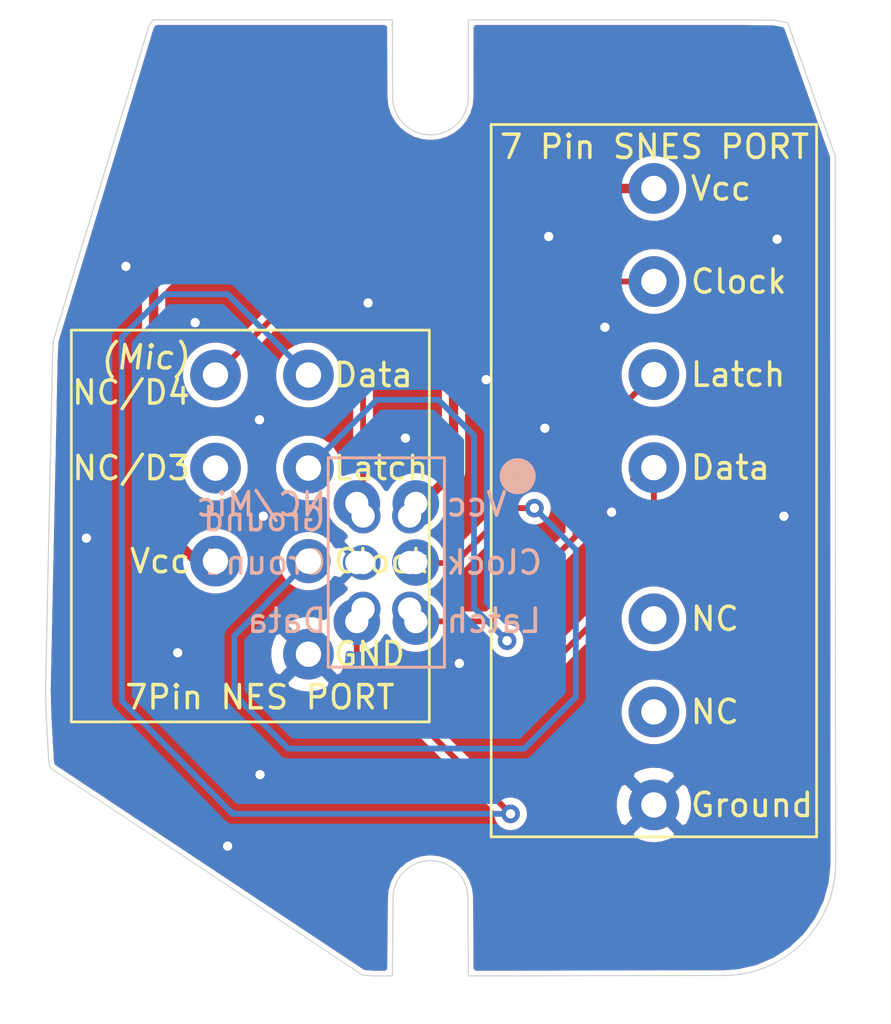
<source format=kicad_pcb>
(kicad_pcb (version 20171130) (host pcbnew "(5.1.5-0-10_14)")

  (general
    (thickness 1.6)
    (drawings 28)
    (tracks 100)
    (zones 0)
    (modules 5)
    (nets 10)
  )

  (page A4)
  (layers
    (0 F.Cu signal)
    (31 B.Cu signal)
    (32 B.Adhes user)
    (33 F.Adhes user)
    (34 B.Paste user)
    (35 F.Paste user)
    (36 B.SilkS user)
    (37 F.SilkS user)
    (38 B.Mask user)
    (39 F.Mask user)
    (40 Dwgs.User user)
    (41 Cmts.User user)
    (42 Eco1.User user hide)
    (43 Eco2.User user)
    (44 Edge.Cuts user)
    (45 Margin user)
    (46 B.CrtYd user)
    (47 F.CrtYd user)
    (48 B.Fab user)
    (49 F.Fab user)
  )

  (setup
    (last_trace_width 0.25)
    (trace_clearance 0.2)
    (zone_clearance 0.2)
    (zone_45_only yes)
    (trace_min 0.000152)
    (via_size 0.8)
    (via_drill 0.4)
    (via_min_size 0.000508)
    (via_min_drill 0.3)
    (uvia_size 0.3)
    (uvia_drill 0.1)
    (uvias_allowed no)
    (uvia_min_size 0.000254)
    (uvia_min_drill 0.1)
    (edge_width 0.05)
    (segment_width 0.2)
    (pcb_text_width 0.3)
    (pcb_text_size 1.5 1.5)
    (mod_edge_width 0.12)
    (mod_text_size 1 1)
    (mod_text_width 0.15)
    (pad_size 1.2 1.2)
    (pad_drill 1)
    (pad_to_mask_clearance 0.00129)
    (solder_mask_min_width 0.002565)
    (aux_axis_origin 0 0)
    (visible_elements FFFFFF7F)
    (pcbplotparams
      (layerselection 0x010fc_ffffffff)
      (usegerberextensions true)
      (usegerberattributes false)
      (usegerberadvancedattributes false)
      (creategerberjobfile false)
      (excludeedgelayer true)
      (linewidth 0.100000)
      (plotframeref false)
      (viasonmask false)
      (mode 1)
      (useauxorigin false)
      (hpglpennumber 1)
      (hpglpenspeed 20)
      (hpglpendiameter 15.000000)
      (psnegative false)
      (psa4output false)
      (plotreference true)
      (plotvalue true)
      (plotinvisibletext false)
      (padsonsilk false)
      (subtractmaskfromsilk false)
      (outputformat 1)
      (mirror false)
      (drillshape 0)
      (scaleselection 1)
      (outputdirectory "Gerber/"))
  )

  (net 0 "")
  (net 1 "Net-(P1-Pad1)")
  (net 2 "Net-(P1-Pad2)")
  (net 3 "Net-(P1-Pad3)")
  (net 4 "Net-(P1-Pad4)")
  (net 5 "Net-(P1-Pad5)")
  (net 6 "Net-(P1-Pad6)")
  (net 7 "Net-(P1-Pad7)")
  (net 8 "Net-(P2-Pad5)")
  (net 9 "Net-(P2-Pad6)")

  (net_class Default "This is the default net class."
    (clearance 0.2)
    (trace_width 0.25)
    (via_dia 0.8)
    (via_drill 0.4)
    (uvia_dia 0.3)
    (uvia_drill 0.1)
    (add_net "Net-(P1-Pad2)")
    (add_net "Net-(P1-Pad3)")
    (add_net "Net-(P1-Pad4)")
    (add_net "Net-(P1-Pad5)")
    (add_net "Net-(P1-Pad6)")
    (add_net "Net-(P2-Pad5)")
    (add_net "Net-(P2-Pad6)")
  )

  (net_class Power ""
    (clearance 0.3)
    (trace_width 0.4)
    (via_dia 0.8)
    (via_drill 0.4)
    (uvia_dia 0.3)
    (uvia_drill 0.1)
    (add_net "Net-(P1-Pad1)")
    (add_net "Net-(P1-Pad7)")
  )

  (net_class Signal ""
    (clearance 0.2)
    (trace_width 0.25)
    (via_dia 0.8)
    (via_drill 0.4)
    (uvia_dia 0.3)
    (uvia_drill 0.1)
  )

  (module JeffLibrary:6_Pin_FC_Controller_Connection_2mm (layer B.Cu) (tedit 5F6C1A85) (tstamp 5F6A386A)
    (at 155.45 96.1 180)
    (fp_text reference REF** (at 0 -0.5) (layer B.SilkS) hide
      (effects (font (size 1 1) (thickness 0.15)) (justify mirror))
    )
    (fp_text value 6_Pin_FC_Controller_Connection (at 0 6) (layer B.Fab)
      (effects (font (size 1 1) (thickness 0.15)) (justify mirror))
    )
    (fp_text user Ground (at 2.542 1.866) (layer B.SilkS)
      (effects (font (size 1 1) (thickness 0.15)) (justify left mirror))
    )
    (fp_text user Latch (at -2.5 -2.5) (layer B.SilkS)
      (effects (font (size 1 1) (thickness 0.15)) (justify right mirror))
    )
    (fp_text user Clock (at -2.5 0) (layer B.SilkS)
      (effects (font (size 1 1) (thickness 0.15)) (justify right mirror))
    )
    (fp_text user Vcc (at -2.5 2.5) (layer B.SilkS)
      (effects (font (size 1 1) (thickness 0.15)) (justify right mirror))
    )
    (fp_line (start 2.5 -4.5) (end 2.5 4.5) (layer B.SilkS) (width 0.12))
    (fp_line (start -2.5 -4.5) (end 2.5 -4.5) (layer B.SilkS) (width 0.12))
    (fp_line (start -2.5 4.5) (end -2.5 -4.5) (layer B.SilkS) (width 0.12))
    (fp_line (start 2.5 4.5) (end -2.5 4.5) (layer B.SilkS) (width 0.12))
    (pad 6 thru_hole circle (at 1 2 180) (size 1.5 1.5) (drill 1) (layers *.Cu *.Mask)
      (net 5 "Net-(P1-Pad5)"))
    (pad 5 thru_hole circle (at 1 0 180) (size 1.5 1.5) (drill 1) (layers *.Cu *.Mask)
      (net 1 "Net-(P1-Pad1)"))
    (pad 4 thru_hole circle (at 1 -2 180) (size 1.5 1.5) (drill 1) (layers *.Cu *.Mask)
      (net 4 "Net-(P1-Pad4)"))
    (pad 3 thru_hole circle (at -1 -2 180) (size 1.5 1.5) (drill 1) (layers *.Cu *.Mask)
      (net 3 "Net-(P1-Pad3)"))
    (pad 2 thru_hole circle (at -1 0 180) (size 1.5 1.5) (drill 1) (layers *.Cu *.Mask)
      (net 2 "Net-(P1-Pad2)"))
    (pad 1 thru_hole circle (at -1 2 180) (size 1.5 1.5) (drill 1) (layers *.Cu *.Mask)
      (net 7 "Net-(P1-Pad7)"))
  )

  (module JeffLibrary:PCB_2P (layer F.Cu) (tedit 0) (tstamp 5F6B8629)
    (at 157.77 93.32)
    (fp_text reference G*** (at 0 0) (layer F.SilkS) hide
      (effects (font (size 1.524 1.524) (thickness 0.3)))
    )
    (fp_text value LOGO (at 0.75 0) (layer F.SilkS) hide
      (effects (font (size 1.524 1.524) (thickness 0.3)))
    )
    (fp_poly (pts (xy -2.077282 -18.796282) (xy -2.074145 -18.372895) (xy -2.070206 -18.00025) (xy -2.065483 -17.679203)
      (xy -2.059995 -17.410613) (xy -2.053763 -17.195337) (xy -2.046805 -17.034231) (xy -2.039141 -16.928152)
      (xy -2.034424 -16.892419) (xy -1.964235 -16.64057) (xy -1.846798 -16.410328) (xy -1.820641 -16.370613)
      (xy -1.777007 -16.302242) (xy -1.751013 -16.253284) (xy -1.747836 -16.242427) (xy -1.72551 -16.200647)
      (xy -1.665403 -16.137172) (xy -1.577819 -16.059745) (xy -1.473062 -15.976109) (xy -1.361438 -15.894009)
      (xy -1.25325 -15.821187) (xy -1.158803 -15.765386) (xy -1.088402 -15.734351) (xy -1.066616 -15.730522)
      (xy -1.028741 -15.71937) (xy -0.959751 -15.69103) (xy -0.918004 -15.672026) (xy -0.862672 -15.648674)
      (xy -0.805959 -15.632917) (xy -0.736194 -15.623666) (xy -0.641708 -15.619831) (xy -0.51083 -15.620322)
      (xy -0.389732 -15.622692) (xy -0.213268 -15.628294) (xy -0.08242 -15.636738) (xy 0.013554 -15.649292)
      (xy 0.085398 -15.667219) (xy 0.126859 -15.683539) (xy 0.223482 -15.727218) (xy 0.317615 -15.768861)
      (xy 0.332897 -15.775493) (xy 0.426014 -15.825676) (xy 0.533869 -15.899234) (xy 0.646782 -15.987559)
      (xy 0.755078 -16.082042) (xy 0.84908 -16.174073) (xy 0.919111 -16.255045) (xy 0.955493 -16.316348)
      (xy 0.95849 -16.332032) (xy 0.973473 -16.371265) (xy 1.011451 -16.436741) (xy 1.035202 -16.472482)
      (xy 1.132829 -16.65103) (xy 1.179723 -16.82887) (xy 1.183593 -16.891733) (xy 1.190855 -16.964414)
      (xy 1.208198 -17.009677) (xy 1.212208 -17.013208) (xy 1.218645 -17.04544) (xy 1.224283 -17.132984)
      (xy 1.229107 -17.274777) (xy 1.233098 -17.469754) (xy 1.236239 -17.716852) (xy 1.238515 -18.015006)
      (xy 1.239907 -18.363152) (xy 1.240399 -18.760227) (xy 1.240399 -20.522974) (xy 7.999167 -20.520914)
      (xy 8.729395 -20.520675) (xy 9.405356 -20.520408) (xy 10.029166 -20.520098) (xy 10.602939 -20.51973)
      (xy 11.128791 -20.519287) (xy 11.608838 -20.518755) (xy 12.045193 -20.518117) (xy 12.439973 -20.517359)
      (xy 12.795293 -20.516463) (xy 13.113267 -20.515416) (xy 13.396011 -20.514201) (xy 13.64564 -20.512802)
      (xy 13.864269 -20.511204) (xy 14.054014 -20.509392) (xy 14.21699 -20.507349) (xy 14.355311 -20.505061)
      (xy 14.471093 -20.502511) (xy 14.566451 -20.499684) (xy 14.6435 -20.496564) (xy 14.704356 -20.493136)
      (xy 14.751134 -20.489384) (xy 14.785948 -20.485292) (xy 14.810914 -20.480845) (xy 14.828147 -20.476028)
      (xy 14.839763 -20.470824) (xy 14.840463 -20.47042) (xy 14.920314 -20.391347) (xy 14.967322 -20.291233)
      (xy 14.997361 -20.210585) (xy 15.023585 -20.153438) (xy 15.032797 -20.139692) (xy 15.050961 -20.09633)
      (xy 15.05394 -20.066839) (xy 15.067859 -19.997333) (xy 15.081788 -19.965822) (xy 15.101133 -19.921167)
      (xy 15.133594 -19.835064) (xy 15.174744 -19.719648) (xy 15.220159 -19.587056) (xy 15.223003 -19.578579)
      (xy 15.268528 -19.44448) (xy 15.309858 -19.325917) (xy 15.342582 -19.235341) (xy 15.362287 -19.185199)
      (xy 15.362884 -19.183907) (xy 15.381596 -19.136692) (xy 15.413741 -19.048045) (xy 15.455032 -18.93006)
      (xy 15.501182 -18.79483) (xy 15.50781 -18.775139) (xy 15.553714 -18.641762) (xy 15.595153 -18.527279)
      (xy 15.628025 -18.442612) (xy 15.64823 -18.398683) (xy 15.650181 -18.395971) (xy 15.670027 -18.347652)
      (xy 15.67414 -18.309989) (xy 15.684499 -18.249123) (xy 15.697602 -18.224007) (xy 15.714689 -18.188583)
      (xy 15.745144 -18.110189) (xy 15.785027 -17.999513) (xy 15.830399 -17.867242) (xy 15.842572 -17.830744)
      (xy 15.888775 -17.694611) (xy 15.930599 -17.577305) (xy 15.96408 -17.489517) (xy 15.985261 -17.441936)
      (xy 15.988255 -17.437481) (xy 16.008279 -17.389164) (xy 16.01243 -17.351498) (xy 16.022666 -17.290629)
      (xy 16.035608 -17.265516) (xy 16.053693 -17.2289) (xy 16.084252 -17.151135) (xy 16.12254 -17.044759)
      (xy 16.15245 -16.956826) (xy 16.193463 -16.837531) (xy 16.230332 -16.737758) (xy 16.258272 -16.670049)
      (xy 16.270227 -16.648135) (xy 16.291237 -16.598682) (xy 16.294339 -16.570228) (xy 16.308028 -16.50142)
      (xy 16.321647 -16.47015) (xy 16.340568 -16.425856) (xy 16.372762 -16.339785) (xy 16.413957 -16.223744)
      (xy 16.459881 -16.08954) (xy 16.466834 -16.068812) (xy 16.512549 -15.935407) (xy 16.55383 -15.820907)
      (xy 16.586587 -15.736241) (xy 16.606733 -15.692339) (xy 16.608672 -15.689645) (xy 16.628517 -15.641326)
      (xy 16.63263 -15.603663) (xy 16.64299 -15.542796) (xy 16.656092 -15.51768) (xy 16.673193 -15.482263)
      (xy 16.703688 -15.403881) (xy 16.743632 -15.293221) (xy 16.78908 -15.160968) (xy 16.801294 -15.124417)
      (xy 16.848247 -14.986855) (xy 16.891588 -14.866752) (xy 16.927113 -14.775282) (xy 16.95062 -14.723621)
      (xy 16.954025 -14.718365) (xy 16.956286 -14.687583) (xy 16.958496 -14.602395) (xy 16.960652 -14.464777)
      (xy 16.962755 -14.276704) (xy 16.964803 -14.040151) (xy 16.966795 -13.757095) (xy 16.968729 -13.429511)
      (xy 16.970606 -13.059375) (xy 16.972423 -12.648662) (xy 16.97418 -12.199348) (xy 16.975876 -11.713409)
      (xy 16.97751 -11.192819) (xy 16.97908 -10.639556) (xy 16.980586 -10.055594) (xy 16.982026 -9.44291)
      (xy 16.9834 -8.803478) (xy 16.984706 -8.139275) (xy 16.985943 -7.452276) (xy 16.987111 -6.744456)
      (xy 16.988208 -6.017792) (xy 16.989234 -5.274259) (xy 16.990186 -4.515832) (xy 16.991065 -3.744488)
      (xy 16.991869 -2.962201) (xy 16.992597 -2.170948) (xy 16.993248 -1.372705) (xy 16.993821 -0.569446)
      (xy 16.994314 0.236853) (xy 16.994728 1.044215) (xy 16.99506 1.850666) (xy 16.995311 2.654229)
      (xy 16.995477 3.452929) (xy 16.99556 4.244791) (xy 16.995557 5.027838) (xy 16.995468 5.800096)
      (xy 16.995291 6.559588) (xy 16.995025 7.304338) (xy 16.994671 8.032372) (xy 16.994225 8.741713)
      (xy 16.993688 9.430387) (xy 16.993058 10.096416) (xy 16.992334 10.737826) (xy 16.991515 11.352641)
      (xy 16.990601 11.938886) (xy 16.989589 12.494584) (xy 16.98848 13.01776) (xy 16.987272 13.506439)
      (xy 16.985963 13.958644) (xy 16.984553 14.372401) (xy 16.983042 14.745733) (xy 16.981427 15.076665)
      (xy 16.979707 15.363221) (xy 16.977883 15.603426) (xy 16.975952 15.795303) (xy 16.973914 15.936879)
      (xy 16.971767 16.026175) (xy 16.970357 16.054717) (xy 16.952632 16.267111) (xy 16.93786 16.429935)
      (xy 16.925184 16.549876) (xy 16.913744 16.633615) (xy 16.902681 16.687837) (xy 16.891137 16.719227)
      (xy 16.883615 16.729889) (xy 16.865805 16.774861) (xy 16.858162 16.846198) (xy 16.858157 16.848037)
      (xy 16.850243 16.916243) (xy 16.831086 16.956062) (xy 16.829966 16.956826) (xy 16.807945 16.995783)
      (xy 16.801776 17.041398) (xy 16.791134 17.10043) (xy 16.773585 17.125971) (xy 16.751563 17.164929)
      (xy 16.745394 17.210544) (xy 16.734752 17.269576) (xy 16.717203 17.295117) (xy 16.695181 17.334074)
      (xy 16.689012 17.379689) (xy 16.678371 17.438721) (xy 16.660821 17.464262) (xy 16.637283 17.503956)
      (xy 16.63263 17.537395) (xy 16.617514 17.601237) (xy 16.58544 17.665126) (xy 16.529502 17.754662)
      (xy 16.47095 17.857944) (xy 16.402942 17.987561) (xy 16.31921 18.154939) (xy 16.254047 18.27707)
      (xy 16.183071 18.394262) (xy 16.118536 18.486715) (xy 16.099708 18.5096) (xy 16.032598 18.587785)
      (xy 15.94695 18.690343) (xy 15.859266 18.797478) (xy 15.843285 18.817279) (xy 15.723162 18.962243)
      (xy 15.618532 19.076829) (xy 15.51321 19.177303) (xy 15.39101 19.279929) (xy 15.352199 19.310766)
      (xy 15.246227 19.39597) (xy 15.135018 19.488056) (xy 15.059115 19.552849) (xy 14.98228 19.616945)
      (xy 14.917431 19.665868) (xy 14.884794 19.685848) (xy 14.838162 19.709465) (xy 14.762542 19.751599)
      (xy 14.701554 19.787078) (xy 14.615165 19.836081) (xy 14.504202 19.895958) (xy 14.379236 19.961372)
      (xy 14.250838 20.026986) (xy 14.129581 20.087461) (xy 14.026037 20.137459) (xy 13.950779 20.171643)
      (xy 13.914378 20.184675) (xy 13.914051 20.184684) (xy 13.877449 20.192686) (xy 13.800714 20.21394)
      (xy 13.697351 20.244316) (xy 13.580861 20.279684) (xy 13.464749 20.315915) (xy 13.362517 20.348879)
      (xy 13.28767 20.374446) (xy 13.263818 20.383545) (xy 13.213509 20.395903) (xy 13.121259 20.411064)
      (xy 13.001293 20.4269) (xy 12.897336 20.438381) (xy 12.740441 20.454648) (xy 12.575587 20.472407)
      (xy 12.427993 20.488914) (xy 12.364274 20.496351) (xy 12.310204 20.499415) (xy 12.201843 20.502338)
      (xy 12.041283 20.505109) (xy 11.830615 20.507719) (xy 11.57193 20.510157) (xy 11.267319 20.512415)
      (xy 10.918874 20.514482) (xy 10.528685 20.516348) (xy 10.098844 20.518004) (xy 9.631443 20.519439)
      (xy 9.128572 20.520645) (xy 8.592322 20.52161) (xy 8.024785 20.522326) (xy 7.428051 20.522783)
      (xy 6.804213 20.52297) (xy 6.691674 20.522974) (xy 1.242037 20.522974) (xy 1.231555 18.768091)
      (xy 1.228988 18.377989) (xy 1.226108 18.040074) (xy 1.222665 17.750149) (xy 1.218411 17.50402)
      (xy 1.213095 17.297491) (xy 1.206468 17.126366) (xy 1.19828 16.98645) (xy 1.188282 16.873548)
      (xy 1.176224 16.783465) (xy 1.161856 16.712004) (xy 1.144929 16.65497) (xy 1.125193 16.608168)
      (xy 1.102399 16.567403) (xy 1.100436 16.564278) (xy 1.052109 16.481653) (xy 1.000416 16.384499)
      (xy 0.988659 16.360865) (xy 0.932611 16.272934) (xy 0.846919 16.170483) (xy 0.74137 16.062108)
      (xy 0.625752 15.956404) (xy 0.50985 15.861967) (xy 0.403454 15.787393) (xy 0.316349 15.741277)
      (xy 0.270941 15.730522) (xy 0.219476 15.717342) (xy 0.1463 15.68463) (xy 0.126859 15.67414)
      (xy 0.04926 15.637747) (xy -0.016519 15.618613) (xy -0.027385 15.617758) (xy -0.080994 15.604616)
      (xy -0.098668 15.589567) (xy -0.132949 15.577489) (xy -0.209371 15.568796) (xy -0.313788 15.563558)
      (xy -0.432057 15.561848) (xy -0.550034 15.563735) (xy -0.653574 15.569291) (xy -0.728534 15.578587)
      (xy -0.754489 15.586278) (xy -0.857443 15.633343) (xy -0.998099 15.688181) (xy -1.08535 15.719674)
      (xy -1.227026 15.786145) (xy -1.379266 15.884466) (xy -1.52802 16.002922) (xy -1.65924 16.129799)
      (xy -1.758879 16.253382) (xy -1.791655 16.308667) (xy -1.842109 16.401755) (xy -1.894104 16.488012)
      (xy -1.909047 16.510394) (xy -1.938613 16.556212) (xy -1.964247 16.605733) (xy -1.98626 16.663181)
      (xy -2.00496 16.732778) (xy -2.020656 16.818747) (xy -2.033658 16.925312) (xy -2.044276 17.056696)
      (xy -2.052817 17.217121) (xy -2.059593 17.410812) (xy -2.064911 17.64199) (xy -2.069081 17.914879)
      (xy -2.072413 18.233703) (xy -2.075216 18.602684) (xy -2.076448 18.796282) (xy -2.086977 20.522974)
      (xy -2.685609 20.521317) (xy -2.92108 20.51921) (xy -3.102482 20.514267) (xy -3.232063 20.506367)
      (xy -3.312071 20.495388) (xy -3.339346 20.486078) (xy -3.374763 20.463259) (xy -3.451582 20.412925)
      (xy -3.564236 20.338751) (xy -3.707159 20.244412) (xy -3.874783 20.133582) (xy -4.061542 20.009936)
      (xy -4.261869 19.877149) (xy -4.276362 19.867536) (xy -4.475395 19.735802) (xy -4.659586 19.614432)
      (xy -4.823683 19.506848) (xy -4.962434 19.416469) (xy -5.070585 19.346715) (xy -5.142887 19.301005)
      (xy -5.174085 19.282758) (xy -5.174776 19.282575) (xy -5.19985 19.267232) (xy -5.268975 19.222455)
      (xy -5.379316 19.150127) (xy -5.528038 19.052127) (xy -5.712305 18.930336) (xy -5.929283 18.786634)
      (xy -6.176135 18.622902) (xy -6.450026 18.441021) (xy -6.748121 18.242871) (xy -7.067585 18.030332)
      (xy -7.405582 17.805286) (xy -7.759277 17.569613) (xy -8.107531 17.337403) (xy -8.473501 17.093377)
      (xy -8.826452 16.85819) (xy -9.16355 16.633722) (xy -9.481961 16.421853) (xy -9.778851 16.224464)
      (xy -10.051386 16.043435) (xy -10.296732 15.880647) (xy -10.512055 15.737979) (xy -10.694522 15.617313)
      (xy -10.841298 15.520528) (xy -10.949549 15.449505) (xy -11.016442 15.406125) (xy -11.039102 15.392231)
      (xy -11.064284 15.376934) (xy -11.132836 15.332593) (xy -11.241276 15.261528) (xy -11.386124 15.166063)
      (xy -11.563897 15.048519) (xy -11.771115 14.911218) (xy -12.004297 14.756483) (xy -12.259962 14.586635)
      (xy -12.534627 14.403997) (xy -12.824813 14.210891) (xy -13.127037 14.009638) (xy -13.437819 13.802561)
      (xy -13.753677 13.591982) (xy -14.07113 13.380223) (xy -14.361696 13.186293) (xy 8.628286 13.186293)
      (xy 8.631426 13.280416) (xy 8.641721 13.343478) (xy 8.654606 13.362486) (xy 8.67998 13.385159)
      (xy 8.682797 13.402576) (xy 8.702868 13.442067) (xy 8.754466 13.500788) (xy 8.800635 13.54353)
      (xy 8.867563 13.597239) (xy 8.924132 13.627491) (xy 8.991171 13.640966) (xy 9.089503 13.644343)
      (xy 9.115121 13.644395) (xy 9.228303 13.641147) (xy 9.30534 13.628102) (xy 9.366258 13.600309)
      (xy 9.406081 13.572461) (xy 9.504538 13.475768) (xy 9.564332 13.359607) (xy 9.591091 13.211039)
      (xy 9.593794 13.140856) (xy 9.59551 12.958488) (xy 9.447287 12.822196) (xy 9.365962 12.750345)
      (xy 9.305906 12.709693) (xy 9.248388 12.691702) (xy 9.17468 12.687833) (xy 9.153028 12.688049)
      (xy 8.990123 12.703839) (xy 8.864871 12.749798) (xy 8.763944 12.832013) (xy 8.720701 12.885489)
      (xy 8.667862 12.966718) (xy 8.640155 13.040399) (xy 8.62958 13.132569) (xy 8.628286 13.186293)
      (xy -14.361696 13.186293) (xy -14.386697 13.169607) (xy -14.696896 12.962454) (xy -14.998247 12.761088)
      (xy -15.287268 12.56783) (xy -15.560478 12.385002) (xy -15.814395 12.214927) (xy -16.045539 12.059927)
      (xy -16.250429 11.922324) (xy -16.425582 11.804439) (xy -16.567518 11.708595) (xy -16.672756 11.637114)
      (xy -16.737814 11.592318) (xy -16.759004 11.576877) (xy -16.778902 11.541467) (xy -16.796458 11.474651)
      (xy -16.81219 11.371822) (xy -16.826615 11.228376) (xy -16.84025 11.039708) (xy -16.853613 10.80121)
      (xy -16.859303 10.684351) (xy -16.868778 10.489114) (xy -16.880539 10.256622) (xy -16.893596 10.005905)
      (xy -16.906956 9.755995) (xy -16.919628 9.525923) (xy -16.920274 9.514428) (xy -16.930469 9.290122)
      (xy -16.933169 9.202036) (xy 8.626415 9.202036) (xy 8.629689 9.28756) (xy 8.645476 9.350567)
      (xy 8.682717 9.411582) (xy 8.750356 9.491128) (xy 8.754291 9.49551) (xy 8.845395 9.584392)
      (xy 8.924784 9.638061) (xy 8.958675 9.649385) (xy 9.110276 9.663579) (xy 9.232292 9.651995)
      (xy 9.34359 9.613868) (xy 9.455917 9.542344) (xy 9.532586 9.442855) (xy 9.5765 9.308826)
      (xy 9.590566 9.133678) (xy 9.588846 9.058489) (xy 9.558585 8.955363) (xy 9.483659 8.853886)
      (xy 9.374679 8.766822) (xy 9.322602 8.738247) (xy 9.168 8.690891) (xy 9.018433 8.694394)
      (xy 8.882059 8.74332) (xy 8.767041 8.832233) (xy 8.681537 8.955697) (xy 8.633707 9.108277)
      (xy 8.626415 9.202036) (xy -16.933169 9.202036) (xy -16.938881 9.015696) (xy -16.945509 8.697387)
      (xy -16.950357 8.341428) (xy -16.953426 7.954056) (xy -16.954718 7.541504) (xy -16.954234 7.110007)
      (xy -16.952494 6.767529) (xy -6.21026 6.767529) (xy -6.191391 6.877776) (xy -6.164911 6.936853)
      (xy -6.048073 7.059459) (xy -5.90306 7.134858) (xy -5.748227 7.159334) (xy -5.632135 7.150936)
      (xy -5.53008 7.127617) (xy -5.499768 7.115245) (xy -5.415555 7.050298) (xy -5.336423 6.951299)
      (xy -5.275326 6.838641) (xy -5.24522 6.732717) (xy -5.244043 6.712705) (xy -5.26774 6.537173)
      (xy -5.34003 6.388439) (xy -5.422843 6.298483) (xy -5.489644 6.245666) (xy -5.547885 6.216667)
      (xy -5.619391 6.204455) (xy -5.72235 6.201998) (xy -5.88563 6.219514) (xy -6.014088 6.275836)
      (xy -6.118511 6.376622) (xy -6.154875 6.428927) (xy -6.19158 6.521711) (xy -6.210183 6.641709)
      (xy -6.21026 6.767529) (xy -16.952494 6.767529) (xy -16.951977 6.6658) (xy -16.947949 6.215119)
      (xy -16.94215 5.764197) (xy -16.934583 5.319269) (xy -16.933997 5.292059) (xy -3.890344 5.292059)
      (xy -3.86847 5.421233) (xy -3.810513 5.544367) (xy -3.729115 5.636052) (xy -3.665405 5.673585)
      (xy -3.590793 5.687979) (xy -3.501815 5.685976) (xy -3.399606 5.672045) (xy -3.325339 5.639649)
      (xy -3.255145 5.580921) (xy -3.201025 5.523908) (xy -3.171707 5.4727) (xy -3.159667 5.406332)
      (xy -3.157381 5.308454) (xy -3.154273 5.206868) (xy -3.143368 5.151221) (xy -3.1223 5.131332)
      (xy -3.116034 5.130744) (xy -3.073225 5.112002) (xy -3.010622 5.064307) (xy -2.97508 5.031136)
      (xy -2.909744 4.954904) (xy -2.880566 4.884675) (xy -2.875472 4.823147) (xy -2.877276 4.810345)
      (xy -1.591324 4.810345) (xy -1.588582 4.905283) (xy -1.572597 4.966473) (xy -1.535086 5.016327)
      (xy -1.50465 5.044922) (xy -1.440678 5.097481) (xy -1.38959 5.131603) (xy -1.380004 5.135892)
      (xy -1.355116 5.173116) (xy -1.34798 5.25916) (xy -1.348387 5.27291) (xy -1.33021 5.427813)
      (xy -1.266023 5.559728) (xy -1.19075 5.636915) (xy -1.127291 5.673977) (xy -1.051988 5.688042)
      (xy -0.964634 5.685976) (xy -0.862425 5.672045) (xy -0.788158 5.639649) (xy -0.717964 5.580921)
      (xy -0.661305 5.520344) (xy -0.632088 5.465244) (xy -0.621412 5.392296) (xy -0.6202 5.324718)
      (xy -0.62407 5.226025) (xy -0.627517 5.21266) (xy 8.626415 5.21266) (xy 8.629447 5.302504)
      (xy 8.644725 5.366251) (xy 8.681517 5.425591) (xy 8.749093 5.502215) (xy 8.751065 5.504333)
      (xy 8.825158 5.574832) (xy 8.892208 5.623114) (xy 8.932642 5.63818) (xy 8.987526 5.650644)
      (xy 9.006992 5.666371) (xy 9.044547 5.685571) (xy 9.112611 5.694484) (xy 9.119756 5.694562)
      (xy 9.189385 5.686966) (xy 9.230959 5.668469) (xy 9.232519 5.666371) (xy 9.271552 5.644195)
      (xy 9.315835 5.63818) (xy 9.377094 5.615693) (xy 9.448437 5.558853) (xy 9.514447 5.483592)
      (xy 9.559705 5.405843) (xy 9.568692 5.376897) (xy 9.590421 5.250384) (xy 9.594604 5.155559)
      (xy 9.581042 5.070466) (xy 9.565425 5.018291) (xy 9.517112 4.911245) (xy 9.453259 4.819825)
      (xy 9.384904 4.757127) (xy 9.327577 4.736071) (xy 9.275824 4.721812) (xy 9.26071 4.70788)
      (xy 9.224146 4.690654) (xy 9.152812 4.680682) (xy 9.119756 4.679689) (xy 9.040614 4.685604)
      (xy 8.987727 4.700476) (xy 8.978801 4.70788) (xy 8.93803 4.733778) (xy 8.920511 4.736071)
      (xy 8.866131 4.757321) (xy 8.796536 4.811465) (xy 8.727194 4.8841) (xy 8.673576 4.960818)
      (xy 8.668233 4.971006) (xy 8.644263 5.047749) (xy 8.629134 5.15136) (xy 8.626415 5.21266)
      (xy -0.627517 5.21266) (xy -0.640901 5.160769) (xy -0.678525 5.106238) (xy -0.705167 5.078305)
      (xy -0.771601 5.020377) (xy -0.831868 4.981273) (xy -0.844508 4.976081) (xy -0.875572 4.957587)
      (xy -0.891627 4.917938) (xy -0.896735 4.842871) (xy -0.896536 4.793258) (xy -0.899991 4.686842)
      (xy -0.917951 4.613911) (xy -0.956256 4.552238) (xy -0.961578 4.545655) (xy -1.067011 4.447207)
      (xy -1.178945 4.404088) (xy -1.302433 4.415294) (xy -1.404131 4.457924) (xy -1.500971 4.524643)
      (xy -1.559309 4.607624) (xy -1.586657 4.721012) (xy -1.591324 4.810345) (xy -2.877276 4.810345)
      (xy -2.897364 4.667819) (xy -2.963449 4.547144) (xy -3.073147 4.460633) (xy -3.188353 4.41123)
      (xy -3.285657 4.40205) (xy -3.385456 4.431939) (xy -3.406071 4.441784) (xy -3.516097 4.521019)
      (xy -3.582229 4.629978) (xy -3.607861 4.774744) (xy -3.608435 4.80455) (xy -3.611111 4.896919)
      (xy -3.62307 4.949044) (xy -3.650206 4.976963) (xy -3.676142 4.988736) (xy -3.755142 5.041681)
      (xy -3.827136 5.127235) (xy -3.876852 5.223772) (xy -3.890344 5.292059) (xy -16.933997 5.292059)
      (xy -16.92525 4.886572) (xy -16.918858 4.637403) (xy -16.910185 4.316528) (xy -16.900947 3.968766)
      (xy -16.891491 3.607509) (xy -16.882161 3.246148) (xy -16.873303 2.898078) (xy -16.866843 2.639857)
      (xy -10.16628 2.639857) (xy -10.162257 2.788804) (xy -10.108899 2.928) (xy -10.007021 3.048764)
      (xy -9.953356 3.089635) (xy -9.890518 3.12607) (xy -9.826619 3.145403) (xy -9.741835 3.151558)
      (xy -9.649391 3.149766) (xy -9.540114 3.143658) (xy -9.468178 3.13084) (xy -9.414539 3.10477)
      (xy -9.360157 3.058904) (xy -9.346339 3.04564) (xy -9.288068 2.982187) (xy -9.25215 2.92964)
      (xy -9.246615 2.912228) (xy -9.229436 2.878409) (xy -9.218424 2.875472) (xy -9.203963 2.849397)
      (xy -9.19397 2.779513) (xy -9.190233 2.678327) (xy -9.190233 2.678135) (xy -9.192364 2.620205)
      (xy -6.172043 2.620205) (xy -6.167296 2.77194) (xy -6.116579 2.919925) (xy -6.020623 3.053136)
      (xy -5.992429 3.080346) (xy -5.945534 3.119073) (xy -5.900422 3.141671) (xy -5.840934 3.151743)
      (xy -5.750912 3.152891) (xy -5.676358 3.150823) (xy -5.549128 3.143463) (xy -5.464525 3.129506)
      (xy -5.408919 3.106061) (xy -5.387337 3.089524) (xy -5.338479 3.033141) (xy -5.281569 2.950756)
      (xy -5.254942 2.906283) (xy -5.209469 2.812441) (xy -5.205619 2.793287) (xy -3.891479 2.793287)
      (xy -3.859566 2.926572) (xy -3.846657 2.954382) (xy -3.79582 3.038675) (xy -3.734787 3.096334)
      (xy -3.652356 3.132051) (xy -3.537324 3.150515) (xy -3.378486 3.156419) (xy -3.363962 3.156488)
      (xy -3.077202 3.157381) (xy -2.973878 3.037569) (xy -2.914405 2.963811) (xy -2.885449 2.905475)
      (xy -2.879017 2.84162) (xy -1.628601 2.84162) (xy -1.590681 2.940804) (xy -1.565449 2.980923)
      (xy -1.504725 3.055192) (xy -1.433747 3.105419) (xy -1.340447 3.135947) (xy -1.212759 3.151121)
      (xy -1.081583 3.155091) (xy -0.824097 3.157381) (xy -0.722149 3.044536) (xy -0.660268 2.968597)
      (xy -0.629999 2.902426) (xy -0.620574 2.818606) (xy -0.6202 2.784959) (xy -0.624958 2.691373)
      (xy -0.646625 2.62571) (xy -0.696292 2.561023) (xy -0.72459 2.531322) (xy -0.828979 2.424417)
      (xy -1.08674 2.424417) (xy -1.251775 2.429904) (xy -1.372455 2.449432) (xy -1.460012 2.487604)
      (xy -1.525678 2.54902) (xy -1.573065 2.623676) (xy -1.622602 2.741862) (xy -1.628601 2.84162)
      (xy -2.879017 2.84162) (xy -2.878574 2.837223) (xy -2.882847 2.764123) (xy -2.895247 2.667679)
      (xy -2.921267 2.602608) (xy -2.973057 2.543922) (xy -3.002767 2.517453) (xy -3.05314 2.475602)
      (xy -3.096982 2.448668) (xy -3.148312 2.433365) (xy -3.221147 2.426405) (xy -3.329505 2.424501)
      (xy -3.399504 2.424417) (xy -3.688615 2.424417) (xy -3.789479 2.542255) (xy -3.868328 2.666702)
      (xy -3.891479 2.793287) (xy -5.205619 2.793287) (xy -5.193031 2.73067) (xy -5.197755 2.63903)
      (xy -5.214835 2.548124) (xy -5.239926 2.476064) (xy -5.252448 2.45579) (xy -5.292096 2.397845)
      (xy -5.306148 2.368035) (xy -5.347512 2.318666) (xy -5.427022 2.26939) (xy -5.526996 2.22818)
      (xy -5.62975 2.203009) (xy -5.681295 2.19889) (xy -5.815622 2.210768) (xy -5.922779 2.253001)
      (xy -6.026377 2.335489) (xy -6.040718 2.349589) (xy -6.130093 2.475746) (xy -6.172043 2.620205)
      (xy -9.192364 2.620205) (xy -9.193958 2.576907) (xy -9.203942 2.506959) (xy -9.218397 2.480799)
      (xy -9.218424 2.480799) (xy -9.244319 2.458378) (xy -9.246615 2.443787) (xy -9.267662 2.397273)
      (xy -9.318465 2.339027) (xy -9.38052 2.286466) (xy -9.43532 2.257008) (xy -9.446904 2.255272)
      (xy -9.503954 2.236611) (xy -9.520788 2.223541) (xy -9.570045 2.206185) (xy -9.664169 2.201542)
      (xy -9.728882 2.204567) (xy -9.829094 2.214502) (xy -9.895799 2.233682) (xy -9.951845 2.273202)
      (xy -10.020077 2.344161) (xy -10.023057 2.34745) (xy -10.120152 2.489845) (xy -10.16628 2.639857)
      (xy -16.866843 2.639857) (xy -16.865262 2.576689) (xy -16.858382 2.295376) (xy -16.857083 2.241176)
      (xy -16.85012 1.951068) (xy -16.842126 1.620376) (xy -16.833484 1.264881) (xy -16.82458 0.900364)
      (xy -16.815799 0.542605) (xy -16.808996 0.266925) (xy -3.890344 0.266925) (xy -3.866555 0.373099)
      (xy -3.804322 0.478509) (xy -3.717349 0.560951) (xy -3.703505 0.569676) (xy -3.647137 0.607741)
      (xy -3.618971 0.648667) (xy -3.609339 0.71299) (xy -3.608435 0.771611) (xy -3.584604 0.91802)
      (xy -3.518852 1.033686) (xy -3.419791 1.112875) (xy -3.296032 1.149853) (xy -3.156187 1.138884)
      (xy -3.090189 1.11673) (xy -2.979162 1.042865) (xy -2.906505 0.937851) (xy -2.87561 0.814764)
      (xy -2.878487 0.788925) (xy -1.592786 0.788925) (xy -1.588218 0.892737) (xy -1.57045 0.961691)
      (xy -1.533392 1.01686) (xy -1.523862 1.027314) (xy -1.415729 1.106133) (xy -1.287969 1.143961)
      (xy -1.156261 1.140141) (xy -1.036285 1.094014) (xy -0.980744 1.050137) (xy -0.934408 0.996808)
      (xy -0.909314 0.941513) (xy -0.898772 0.863731) (xy -0.89656 0.791898) (xy -0.891364 0.687486)
      (xy -0.877575 0.62768) (xy -0.852337 0.600999) (xy -0.848749 0.599597) (xy -0.800877 0.571244)
      (xy -0.735332 0.519106) (xy -0.711821 0.497828) (xy -0.658748 0.441977) (xy -0.631324 0.388429)
      (xy -0.621298 0.314823) (xy -0.6202 0.249545) (xy -0.623436 0.153005) (xy -0.639468 0.088966)
      (xy -0.67778 0.033643) (xy -0.725916 -0.015537) (xy -0.788633 -0.072945) (xy -0.839704 -0.102261)
      (xy -0.901582 -0.110955) (xy -0.99672 -0.106498) (xy -0.998827 -0.106347) (xy -1.097479 -0.095878)
      (xy -1.162375 -0.075133) (xy -1.216141 -0.033575) (xy -1.261311 0.0159) (xy -1.322276 0.097071)
      (xy -1.348926 0.168659) (xy -1.352267 0.239259) (xy -1.349747 0.348642) (xy -1.353905 0.412977)
      (xy -1.366733 0.443401) (xy -1.390176 0.451054) (xy -1.431432 0.470031) (xy -1.489836 0.517494)
      (xy -1.509987 0.537478) (xy -1.558383 0.595664) (xy -1.583283 0.654512) (xy -1.592095 0.736523)
      (xy -1.592786 0.788925) (xy -2.878487 0.788925) (xy -2.889872 0.686677) (xy -2.948719 0.571776)
      (xy -3.011268 0.504417) (xy -3.075443 0.45666) (xy -3.089674 0.450001) (xy -3.128315 0.429214)
      (xy -3.148778 0.394084) (xy -3.156779 0.328845) (xy -3.158008 0.261464) (xy -3.169691 0.130872)
      (xy -3.209606 0.037793) (xy -3.286835 -0.03329) (xy -3.352341 -0.070573) (xy -3.46128 -0.102567)
      (xy -3.582335 -0.103839) (xy -3.692659 -0.076182) (xy -3.752861 -0.039145) (xy -3.814592 0.040814)
      (xy -3.864539 0.146673) (xy -3.889508 0.249066) (xy -3.890344 0.266925) (xy -16.808996 0.266925)
      (xy -16.807526 0.207385) (xy -16.802379 0) (xy -16.786654 -0.632238) (xy -16.772232 -1.21326)
      (xy -16.769577 -1.320493) (xy -10.15639 -1.320493) (xy -10.150571 -1.189154) (xy -10.122152 -1.080649)
      (xy -10.115453 -1.067025) (xy -10.019377 -0.944333) (xy -9.890283 -0.862736) (xy -9.736963 -0.825505)
      (xy -9.56821 -0.835908) (xy -9.523101 -0.846761) (xy -9.420641 -0.898862) (xy -9.31314 -0.996089)
      (xy -9.304621 -1.005623) (xy -9.240145 -1.083609) (xy -9.205877 -1.145856) (xy -9.192393 -1.216724)
      (xy -9.190349 -1.296781) (xy -6.177824 -1.296781) (xy -6.159719 -1.200549) (xy -6.114775 -1.089238)
      (xy -6.054346 -0.985497) (xy -5.989784 -0.911975) (xy -5.981945 -0.906007) (xy -5.854642 -0.84657)
      (xy -5.701912 -0.823967) (xy -5.543075 -0.840732) (xy -5.523323 -0.845841) (xy -5.424282 -0.890147)
      (xy -5.338164 -0.969096) (xy -5.254646 -1.092528) (xy -5.243097 -1.112975) (xy -5.202315 -1.205742)
      (xy -5.193334 -1.284978) (xy 8.626415 -1.284978) (xy 8.629689 -1.199454) (xy 8.645476 -1.136447)
      (xy 8.682717 -1.075433) (xy 8.750356 -0.995886) (xy 8.754291 -0.991505) (xy 8.845395 -0.902622)
      (xy 8.924784 -0.848954) (xy 8.958675 -0.83763) (xy 9.110276 -0.823436) (xy 9.232292 -0.83502)
      (xy 9.34359 -0.873147) (xy 9.455917 -0.944671) (xy 9.532586 -1.044159) (xy 9.5765 -1.178189)
      (xy 9.590566 -1.353336) (xy 9.588846 -1.428525) (xy 9.558585 -1.531652) (xy 9.483659 -1.633129)
      (xy 9.374679 -1.720193) (xy 9.322602 -1.748767) (xy 9.168 -1.796123) (xy 9.018433 -1.792621)
      (xy 8.882059 -1.743695) (xy 8.767041 -1.654781) (xy 8.681537 -1.531317) (xy 8.633707 -1.378738)
      (xy 8.626415 -1.284978) (xy -5.193334 -1.284978) (xy -5.191899 -1.297632) (xy -5.196917 -1.36119)
      (xy -5.238995 -1.511686) (xy -5.320378 -1.636364) (xy -5.431238 -1.730071) (xy -5.561747 -1.78765)
      (xy -5.702076 -1.803947) (xy -5.842397 -1.773805) (xy -5.913602 -1.737113) (xy -6.04902 -1.631542)
      (xy -6.133691 -1.516181) (xy -6.173248 -1.381644) (xy -6.177824 -1.296781) (xy -9.190349 -1.296781)
      (xy -9.190233 -1.301311) (xy -9.212528 -1.470442) (xy -9.280255 -1.606732) (xy -9.394683 -1.712388)
      (xy -9.442683 -1.740788) (xy -9.598296 -1.794325) (xy -9.754598 -1.795599) (xy -9.901125 -1.747578)
      (xy -10.027416 -1.653231) (xy -10.102787 -1.553468) (xy -10.140249 -1.450116) (xy -10.15639 -1.320493)
      (xy -16.769577 -1.320493) (xy -16.758985 -1.748215) (xy -16.746788 -2.242249) (xy -16.735514 -2.700511)
      (xy -16.725036 -3.128149) (xy -16.715229 -3.53031) (xy -16.705965 -3.912143) (xy -16.697118 -4.278795)
      (xy -16.689864 -4.581021) (xy -16.679302 -5.012259) (xy -16.671367 -5.318663) (xy -10.130183 -5.318663)
      (xy -10.114024 -5.228585) (xy -10.082038 -5.127603) (xy -10.040221 -5.034785) (xy -9.996268 -4.970931)
      (xy -9.879169 -4.877463) (xy -9.747421 -4.817408) (xy -9.615235 -4.794596) (xy -9.496823 -4.812857)
      (xy -9.464712 -4.827691) (xy -9.358054 -4.903149) (xy -9.259594 -4.999858) (xy -9.187978 -5.098615)
      (xy -9.173934 -5.127139) (xy -9.137123 -5.268706) (xy -9.142469 -5.32051) (xy -6.184959 -5.32051)
      (xy -6.172705 -5.240171) (xy -6.145324 -5.145718) (xy -6.108313 -5.055077) (xy -6.067167 -4.986176)
      (xy -6.055166 -4.972742) (xy -5.916181 -4.866559) (xy -5.77023 -4.808082) (xy -5.625639 -4.799378)
      (xy -5.503527 -4.835821) (xy -5.397866 -4.910644) (xy -5.298311 -5.018707) (xy -5.22422 -5.138447)
      (xy -5.21691 -5.155088) (xy -5.195097 -5.273662) (xy -5.195187 -5.274354) (xy 8.626415 -5.274354)
      (xy 8.629447 -5.184511) (xy 8.644725 -5.120764) (xy 8.681517 -5.061423) (xy 8.749093 -4.9848)
      (xy 8.751065 -4.982681) (xy 8.825158 -4.912183) (xy 8.892208 -4.8639) (xy 8.932642 -4.848835)
      (xy 8.987526 -4.83637) (xy 9.006992 -4.820644) (xy 9.044547 -4.801443) (xy 9.112611 -4.792531)
      (xy 9.119756 -4.792453) (xy 9.189385 -4.800049) (xy 9.230959 -4.818545) (xy 9.232519 -4.820644)
      (xy 9.271552 -4.84282) (xy 9.315835 -4.848835) (xy 9.377094 -4.871322) (xy 9.448437 -4.928161)
      (xy 9.514447 -5.003422) (xy 9.559705 -5.081172) (xy 9.568692 -5.110117) (xy 9.590421 -5.236631)
      (xy 9.594604 -5.331455) (xy 9.581042 -5.416548) (xy 9.565425 -5.468723) (xy 9.517112 -5.575769)
      (xy 9.453259 -5.66719) (xy 9.384904 -5.729888) (xy 9.327577 -5.750943) (xy 9.275824 -5.765202)
      (xy 9.26071 -5.779134) (xy 9.224146 -5.796361) (xy 9.152812 -5.806333) (xy 9.119756 -5.807325)
      (xy 9.040614 -5.801411) (xy 8.987727 -5.786538) (xy 8.978801 -5.779134) (xy 8.93803 -5.753237)
      (xy 8.920511 -5.750943) (xy 8.866131 -5.729694) (xy 8.796536 -5.675549) (xy 8.727194 -5.602915)
      (xy 8.673576 -5.526196) (xy 8.668233 -5.516008) (xy 8.644263 -5.439265) (xy 8.629134 -5.335654)
      (xy 8.626415 -5.274354) (xy -5.195187 -5.274354) (xy -5.212806 -5.408996) (xy -5.265417 -5.542777)
      (xy -5.341776 -5.649916) (xy -5.408902 -5.709473) (xy -5.470928 -5.745764) (xy -5.493669 -5.750943)
      (xy -5.548422 -5.763475) (xy -5.567703 -5.779134) (xy -5.611729 -5.802477) (xy -5.690019 -5.805671)
      (xy -5.784781 -5.790227) (xy -5.878222 -5.757657) (xy -5.890356 -5.75173) (xy -6.012522 -5.666573)
      (xy -6.10034 -5.558564) (xy -6.136021 -5.471502) (xy -6.157605 -5.405065) (xy -6.176591 -5.368808)
      (xy -6.184959 -5.32051) (xy -9.142469 -5.32051) (xy -9.151565 -5.40865) (xy -9.176089 -5.478665)
      (xy -9.259042 -5.616585) (xy -9.370197 -5.716104) (xy -9.499664 -5.776542) (xy -9.637551 -5.797218)
      (xy -9.773967 -5.777451) (xy -9.899022 -5.716561) (xy -10.002823 -5.613867) (xy -10.0476 -5.538639)
      (xy -10.08656 -5.457741) (xy -10.118104 -5.392137) (xy -10.124518 -5.37877) (xy -10.130183 -5.318663)
      (xy -16.671367 -5.318663) (xy -16.669524 -5.38979) (xy -16.660425 -5.716283) (xy -16.651896 -5.994404)
      (xy -16.64383 -6.226823) (xy -16.636121 -6.416208) (xy -16.628662 -6.565226) (xy -16.621345 -6.676545)
      (xy -16.614063 -6.752833) (xy -16.60671 -6.796759) (xy -16.60042 -6.810587) (xy -16.581587 -6.847404)
      (xy -16.576249 -6.892675) (xy -16.565608 -6.951707) (xy -16.548058 -6.977248) (xy -16.526036 -7.016205)
      (xy -16.519867 -7.06182) (xy -16.509226 -7.120852) (xy -16.491676 -7.146393) (xy -16.468705 -7.185813)
      (xy -16.463485 -7.22358) (xy -16.452959 -7.299841) (xy -16.426497 -7.400257) (xy -16.39178 -7.497783)
      (xy -16.375452 -7.533635) (xy -16.353772 -7.60522) (xy -16.350722 -7.637687) (xy -16.337863 -7.691814)
      (xy -16.322531 -7.710211) (xy -16.300509 -7.749168) (xy -16.29434 -7.794784) (xy -16.283699 -7.853815)
      (xy -16.266149 -7.879356) (xy -16.246949 -7.916911) (xy -16.238036 -7.984975) (xy -16.237958 -7.99212)
      (xy -16.230362 -8.061749) (xy -16.211866 -8.103323) (xy -16.209767 -8.104883) (xy -16.187745 -8.143841)
      (xy -16.181576 -8.189456) (xy -16.170935 -8.248488) (xy -16.153385 -8.274029) (xy -16.131364 -8.312986)
      (xy -16.125195 -8.358602) (xy -16.114553 -8.417633) (xy -16.097004 -8.443174) (xy -16.077803 -8.480729)
      (xy -16.068891 -8.548793) (xy -16.068813 -8.555938) (xy -16.061217 -8.625567) (xy -16.04272 -8.667141)
      (xy -16.040622 -8.668701) (xy -16.0186 -8.707659) (xy -16.012431 -8.753274) (xy -16.00179 -8.812306)
      (xy -15.98424 -8.837847) (xy -15.962218 -8.876804) (xy -15.956049 -8.92242) (xy -15.945408 -8.981451)
      (xy -15.927858 -9.006992) (xy -15.905836 -9.04595) (xy -15.899667 -9.091565) (xy -15.889026 -9.150597)
      (xy -15.871476 -9.176138) (xy -15.852276 -9.213692) (xy -15.843363 -9.281757) (xy -15.843286 -9.288901)
      (xy -15.843244 -9.289294) (xy 8.626415 -9.289294) (xy 8.630926 -9.188953) (xy 8.651067 -9.116587)
      (xy 8.696744 -9.044583) (xy 8.728599 -9.004542) (xy 8.799379 -8.927178) (xy 8.869831 -8.864296)
      (xy 8.904793 -8.84069) (xy 9.021903 -8.805156) (xy 9.160858 -8.802899) (xy 9.277646 -8.827657)
      (xy 9.417895 -8.903397) (xy 9.526006 -9.022502) (xy 9.549288 -9.062643) (xy 9.583986 -9.174827)
      (xy 9.593178 -9.311861) (xy 9.57693 -9.448346) (xy 9.548051 -9.535155) (xy 9.490826 -9.622517)
      (xy 9.414719 -9.697086) (xy 9.336408 -9.744534) (xy 9.293261 -9.754051) (xy 9.244113 -9.770219)
      (xy 9.232519 -9.782242) (xy 9.19082 -9.803779) (xy 9.116907 -9.809341) (xy 9.032471 -9.799488)
      (xy 8.959984 -9.775194) (xy 8.800202 -9.668607) (xy 8.692646 -9.542114) (xy 8.636214 -9.394108)
      (xy 8.626415 -9.289294) (xy -15.843244 -9.289294) (xy -15.83569 -9.35853) (xy -15.817193 -9.400105)
      (xy -15.815095 -9.401665) (xy -15.793073 -9.440622) (xy -15.786904 -9.486238) (xy -15.776262 -9.545269)
      (xy -15.758713 -9.57081) (xy -15.736691 -9.609768) (xy -15.730522 -9.655383) (xy -15.719881 -9.714415)
      (xy -15.702331 -9.739956) (xy -15.683131 -9.77751) (xy -15.674218 -9.845575) (xy -15.67414 -9.852719)
      (xy -15.666544 -9.922348) (xy -15.648048 -9.963923) (xy -15.645949 -9.965483) (xy -15.623927 -10.00444)
      (xy -15.617758 -10.050056) (xy -15.607117 -10.109087) (xy -15.589567 -10.134628) (xy -15.567546 -10.173586)
      (xy -15.561377 -10.219201) (xy -15.550735 -10.278233) (xy -15.533186 -10.303774) (xy -15.510215 -10.343194)
      (xy -15.504995 -10.380961) (xy -15.494468 -10.457222) (xy -15.468007 -10.557638) (xy -15.433289 -10.655164)
      (xy -15.416961 -10.691016) (xy -15.395282 -10.7626) (xy -15.392231 -10.795068) (xy -15.379372 -10.849195)
      (xy -15.36404 -10.867592) (xy -15.342019 -10.906549) (xy -15.335849 -10.952164) (xy -15.325208 -11.011196)
      (xy -15.307658 -11.036737) (xy -15.288458 -11.074292) (xy -15.279545 -11.142356) (xy -15.279468 -11.149501)
      (xy -15.271872 -11.21913) (xy -15.253375 -11.260704) (xy -15.251277 -11.262264) (xy -15.229255 -11.301222)
      (xy -15.223086 -11.346837) (xy -15.212444 -11.405869) (xy -15.194895 -11.43141) (xy -15.172873 -11.470367)
      (xy -15.166704 -11.515982) (xy -15.156063 -11.575014) (xy -15.138513 -11.600555) (xy -15.119313 -11.63811)
      (xy -15.1104 -11.706174) (xy -15.110322 -11.713319) (xy -15.102727 -11.782948) (xy -15.08423 -11.824522)
      (xy -15.082131 -11.826082) (xy -15.06011 -11.86504) (xy -15.05394 -11.910655) (xy -15.043299 -11.969687)
      (xy -15.025749 -11.995228) (xy -15.003728 -12.034185) (xy -14.997559 -12.0798) (xy -14.986917 -12.138832)
      (xy -14.969368 -12.164373) (xy -14.947346 -12.20333) (xy -14.941177 -12.248946) (xy -14.930535 -12.307977)
      (xy -14.912986 -12.333518) (xy -14.893786 -12.371073) (xy -14.884873 -12.439137) (xy -14.884795 -12.446282)
      (xy -14.877199 -12.515911) (xy -14.858702 -12.557485) (xy -14.856604 -12.559046) (xy -14.834582 -12.598003)
      (xy -14.828413 -12.643618) (xy -14.817772 -12.70265) (xy -14.800222 -12.728191) (xy -14.778201 -12.767148)
      (xy -14.772031 -12.812764) (xy -14.76139 -12.871795) (xy -14.74384 -12.897336) (xy -14.72464 -12.934891)
      (xy -14.715727 -13.002955) (xy -14.71565 -13.0101) (xy -14.708054 -13.079729) (xy -14.689557 -13.121303)
      (xy -14.687459 -13.122864) (xy -14.665437 -13.161821) (xy -14.659268 -13.207436) (xy -14.648626 -13.266468)
      (xy -14.631077 -13.292009) (xy -14.629337 -13.295088) (xy 8.62804 -13.295088) (xy 8.637083 -13.169518)
      (xy 8.664963 -13.076404) (xy 8.692187 -13.028013) (xy 8.797912 -12.913033) (xy 8.930552 -12.837024)
      (xy 9.077349 -12.802806) (xy 9.225543 -12.813203) (xy 9.362372 -12.871036) (xy 9.372173 -12.877608)
      (xy 9.494326 -12.986495) (xy 9.566044 -13.113777) (xy 9.592689 -13.269774) (xy 9.593106 -13.302658)
      (xy 9.569384 -13.472034) (xy 9.502786 -13.607179) (xy 9.395968 -13.704838) (xy 9.251585 -13.761756)
      (xy 9.212904 -13.768807) (xy 9.046012 -13.773473) (xy 8.904683 -13.730914) (xy 8.778578 -13.637377)
      (xy 8.741065 -13.597561) (xy 8.676949 -13.520431) (xy 8.642842 -13.45943) (xy 8.629608 -13.390111)
      (xy 8.62804 -13.295088) (xy -14.629337 -13.295088) (xy -14.609055 -13.330966) (xy -14.602886 -13.376582)
      (xy -14.592245 -13.435613) (xy -14.574695 -13.461154) (xy -14.551724 -13.500575) (xy -14.546504 -13.538342)
      (xy -14.535977 -13.614603) (xy -14.509516 -13.715018) (xy -14.474799 -13.812544) (xy -14.458471 -13.848397)
      (xy -14.436791 -13.919981) (xy -14.433741 -13.952449) (xy -14.420881 -14.006575) (xy -14.40555 -14.024972)
      (xy -14.383528 -14.06393) (xy -14.377359 -14.109545) (xy -14.366717 -14.168577) (xy -14.349168 -14.194118)
      (xy -14.329968 -14.231672) (xy -14.321055 -14.299737) (xy -14.320977 -14.306881) (xy -14.313381 -14.376511)
      (xy -14.294884 -14.418085) (xy -14.292786 -14.419645) (xy -14.270764 -14.458602) (xy -14.264595 -14.504218)
      (xy -14.253954 -14.563249) (xy -14.236404 -14.58879) (xy -14.214383 -14.627748) (xy -14.208213 -14.673363)
      (xy -14.197572 -14.732395) (xy -14.180022 -14.757936) (xy -14.160822 -14.79549) (xy -14.151909 -14.863555)
      (xy -14.151832 -14.870699) (xy -14.144236 -14.940328) (xy -14.125739 -14.981903) (xy -14.123641 -14.983463)
      (xy -14.101619 -15.02242) (xy -14.09545 -15.068036) (xy -14.084808 -15.127067) (xy -14.067259 -15.152608)
      (xy -14.045237 -15.191566) (xy -14.039068 -15.237181) (xy -14.028427 -15.296213) (xy -14.010877 -15.321754)
      (xy -13.988855 -15.360711) (xy -13.982686 -15.406326) (xy -13.972045 -15.465358) (xy -13.954495 -15.490899)
      (xy -13.935295 -15.528454) (xy -13.926382 -15.596518) (xy -13.926304 -15.603663) (xy -13.918709 -15.673292)
      (xy -13.900212 -15.714866) (xy -13.898114 -15.716426) (xy -13.876092 -15.755384) (xy -13.869923 -15.800999)
      (xy -13.859281 -15.860031) (xy -13.841732 -15.885572) (xy -13.81971 -15.924529) (xy -13.813541 -15.970144)
      (xy -13.8029 -16.029176) (xy -13.78535 -16.054717) (xy -13.76615 -16.092272) (xy -13.757237 -16.160336)
      (xy -13.757159 -16.167481) (xy -13.749563 -16.23711) (xy -13.731066 -16.278684) (xy -13.728968 -16.280244)
      (xy -13.706946 -16.319202) (xy -13.700777 -16.364817) (xy -13.690136 -16.423849) (xy -13.672586 -16.44939)
      (xy -13.650565 -16.488347) (xy -13.644395 -16.533962) (xy -13.633754 -16.592994) (xy -13.616205 -16.618535)
      (xy -13.593234 -16.657956) (xy -13.588014 -16.695722) (xy -13.577487 -16.771983) (xy -13.551025 -16.872399)
      (xy -13.516308 -16.969925) (xy -13.49998 -17.005777) (xy -13.478301 -17.077362) (xy -13.47525 -17.109829)
      (xy -13.462391 -17.163956) (xy -13.447059 -17.182353) (xy -13.425037 -17.22131) (xy -13.418868 -17.266926)
      (xy -13.408227 -17.325957) (xy -13.390677 -17.351498) (xy -13.371477 -17.389053) (xy -13.362564 -17.457117)
      (xy -13.362486 -17.464262) (xy -13.354891 -17.533891) (xy -13.336394 -17.575465) (xy -13.334296 -17.577026)
      (xy -13.312274 -17.615983) (xy -13.306105 -17.661598) (xy -13.295463 -17.72063) (xy -13.277914 -17.746171)
      (xy -13.255892 -17.785128) (xy -13.249723 -17.830744) (xy -13.239082 -17.889775) (xy -13.221532 -17.915316)
      (xy -13.198561 -17.954737) (xy -13.193341 -17.992504) (xy -13.182814 -18.068765) (xy -13.156353 -18.16918)
      (xy -13.121636 -18.266707) (xy -13.105308 -18.302559) (xy -13.083628 -18.374143) (xy -13.080577 -18.406611)
      (xy -13.067718 -18.460737) (xy -13.052387 -18.479134) (xy -13.030365 -18.518092) (xy -13.024196 -18.563707)
      (xy -13.013554 -18.622739) (xy -12.996005 -18.64828) (xy -12.976804 -18.685834) (xy -12.967892 -18.753899)
      (xy -12.967814 -18.761043) (xy -12.960218 -18.830673) (xy -12.941721 -18.872247) (xy -12.939623 -18.873807)
      (xy -12.917601 -18.912764) (xy -12.911432 -18.95838) (xy -12.900791 -19.017411) (xy -12.883241 -19.042952)
      (xy -12.861219 -19.08191) (xy -12.85505 -19.127525) (xy -12.844409 -19.186557) (xy -12.826859 -19.212098)
      (xy -12.807659 -19.249652) (xy -12.798746 -19.317717) (xy -12.798668 -19.324861) (xy -12.791073 -19.394491)
      (xy -12.772576 -19.436065) (xy -12.770478 -19.437625) (xy -12.748456 -19.476582) (xy -12.742287 -19.522198)
      (xy -12.731645 -19.581229) (xy -12.714096 -19.60677) (xy -12.692074 -19.645728) (xy -12.685905 -19.691343)
      (xy -12.675264 -19.750375) (xy -12.657714 -19.775916) (xy -12.634743 -19.815336) (xy -12.629523 -19.853103)
      (xy -12.618996 -19.929364) (xy -12.592535 -20.02978) (xy -12.557818 -20.127306) (xy -12.54149 -20.163158)
      (xy -12.519892 -20.231804) (xy -12.516759 -20.262451) (xy -12.499648 -20.313158) (xy -12.456329 -20.383738)
      (xy -12.430134 -20.417883) (xy -12.343509 -20.522974) (xy -2.087788 -20.522974) (xy -2.077282 -18.796282)) (layer Eco1.User) (width 0.01))
  )

  (module FC_Rear_Port_Footprint:7_Pin_NES_Controller_Port (layer F.Cu) (tedit 5FA1B31A) (tstamp 5FA1C192)
    (at 150.1 94.04 180)
    (path /5F6192F0)
    (fp_text reference P1 (at 0 0) (layer F.SilkS) hide
      (effects (font (size 1 1) (thickness 0.15)))
    )
    (fp_text value NES_7P_PORT (at 0 -2) (layer F.Fab)
      (effects (font (size 1 1) (thickness 0.15)))
    )
    (fp_line (start -7.2 7.93) (end 8.2 7.93) (layer F.SilkS) (width 0.12))
    (fp_line (start 8.2 7.93) (end 8.2 -8.91) (layer F.SilkS) (width 0.12))
    (fp_line (start 8.2 -8.91) (end -7.2 -8.91) (layer F.SilkS) (width 0.12))
    (fp_line (start -7.2 -8.91) (end -7.2 7.93) (layer F.SilkS) (width 0.12))
    (fp_text user GND (at -3 -6) (layer F.SilkS)
      (effects (font (size 1 1) (thickness 0.15)) (justify left))
    )
    (fp_text user Clock (at -3 -2) (layer F.SilkS)
      (effects (font (size 1 1) (thickness 0.15)) (justify left))
    )
    (fp_text user Latch (at -3 2) (layer F.SilkS)
      (effects (font (size 1 1) (thickness 0.15)) (justify left))
    )
    (fp_text user Data (at -3 6) (layer F.SilkS)
      (effects (font (size 1 1) (thickness 0.15)) (justify left))
    )
    (fp_text user "7Pin NES PORT" (at 0.09 -7.85) (layer F.SilkS)
      (effects (font (size 1 1) (thickness 0.15)))
    )
    (fp_text user NC/D4 (at 3.01 5.25) (layer F.SilkS)
      (effects (font (size 1 1) (thickness 0.15)) (justify right))
    )
    (fp_text user NC/D3 (at 3 2) (layer F.SilkS)
      (effects (font (size 1 1) (thickness 0.15)) (justify right))
    )
    (fp_text user Vcc (at 3 -2) (layer F.SilkS)
      (effects (font (size 1 1) (thickness 0.15)) (justify right))
    )
    (fp_text user "(Mic)" (at 3.01 6.76) (layer F.SilkS)
      (effects (font (size 1 1) (thickness 0.15) italic) (justify right))
    )
    (pad 1 thru_hole circle (at -2 -6 180) (size 2.18 2.18) (drill 1.09) (layers *.Cu *.Mask)
      (net 1 "Net-(P1-Pad1)"))
    (pad 2 thru_hole circle (at -2 -2 180) (size 1.9 1.9) (drill 1.09) (layers *.Cu *.Mask)
      (net 2 "Net-(P1-Pad2)"))
    (pad 3 thru_hole circle (at -2 2 180) (size 2.18 2.18) (drill 1.09) (layers *.Cu *.Mask)
      (net 3 "Net-(P1-Pad3)"))
    (pad 4 thru_hole circle (at -2 6 180) (size 2.18 2.18) (drill 1.09) (layers *.Cu *.Mask)
      (net 4 "Net-(P1-Pad4)"))
    (pad 5 thru_hole circle (at 2 6 180) (size 2.18 2.18) (drill 1.09) (layers *.Cu *.Mask)
      (net 5 "Net-(P1-Pad5)"))
    (pad 6 thru_hole circle (at 2 2 180) (size 2.18 2.18) (drill 1.09) (layers *.Cu *.Mask)
      (net 6 "Net-(P1-Pad6)"))
    (pad 7 thru_hole circle (at 2 -2 180) (size 2.18 2.18) (drill 1.09) (layers *.Cu *.Mask)
      (net 7 "Net-(P1-Pad7)"))
  )

  (module FC_Rear_Port_Footprint:7_Pin_SNES_Controller_Port (layer F.Cu) (tedit 5F6B8FB4) (tstamp 5FA1C1A9)
    (at 166.96 80.02)
    (path /5F619B3D)
    (fp_text reference P2 (at 0 0.5) (layer F.SilkS) hide
      (effects (font (size 1 1) (thickness 0.15)))
    )
    (fp_text value SNES_7P_PORT (at 0 -0.5) (layer F.Fab)
      (effects (font (size 1 1) (thickness 0.15)))
    )
    (fp_line (start -7 -2.75) (end 7 -2.75) (layer F.SilkS) (width 0.12))
    (fp_line (start 7 -2.75) (end 7 27.87) (layer F.SilkS) (width 0.12))
    (fp_line (start 7 27.87) (end -7 27.87) (layer F.SilkS) (width 0.12))
    (fp_line (start -7 27.87) (end -7 -2.75) (layer F.SilkS) (width 0.12))
    (fp_text user Vcc (at 1.5 0) (layer F.SilkS)
      (effects (font (size 1 1) (thickness 0.15)) (justify left))
    )
    (fp_text user Clock (at 1.5 4) (layer F.SilkS)
      (effects (font (size 1 1) (thickness 0.15)) (justify left))
    )
    (fp_text user Latch (at 1.5 8) (layer F.SilkS)
      (effects (font (size 1 1) (thickness 0.15)) (justify left))
    )
    (fp_text user Data (at 1.5 12) (layer F.SilkS)
      (effects (font (size 1 1) (thickness 0.15)) (justify left))
    )
    (fp_text user NC (at 1.5 18.5) (layer F.SilkS)
      (effects (font (size 1 1) (thickness 0.15)) (justify left))
    )
    (fp_text user NC (at 1.5 22.5) (layer F.SilkS)
      (effects (font (size 1 1) (thickness 0.15)) (justify left))
    )
    (fp_text user Ground (at 1.5 26.5) (layer F.SilkS)
      (effects (font (size 1 1) (thickness 0.15)) (justify left))
    )
    (fp_text user "7 Pin SNES PORT" (at 0.03 -1.79) (layer F.SilkS)
      (effects (font (size 1 1) (thickness 0.15)))
    )
    (pad 1 thru_hole circle (at 0 0) (size 2.18 2.18) (drill 1.09) (layers *.Cu *.Mask)
      (net 7 "Net-(P1-Pad7)"))
    (pad 2 thru_hole circle (at 0 4) (size 2.18 2.18) (drill 1.09) (layers *.Cu *.Mask)
      (net 2 "Net-(P1-Pad2)"))
    (pad 3 thru_hole circle (at 0 8) (size 2.18 2.18) (drill 1.09) (layers *.Cu *.Mask)
      (net 3 "Net-(P1-Pad3)"))
    (pad 4 thru_hole circle (at 0 12) (size 2.18 2.18) (drill 1.09) (layers *.Cu *.Mask)
      (net 4 "Net-(P1-Pad4)"))
    (pad 5 thru_hole circle (at 0 18.5) (size 2.18 2.18) (drill 1.09) (layers *.Cu *.Mask)
      (net 8 "Net-(P2-Pad5)"))
    (pad 6 thru_hole circle (at 0 22.5) (size 2.18 2.18) (drill 1.09) (layers *.Cu *.Mask)
      (net 9 "Net-(P2-Pad6)"))
    (pad 7 thru_hole circle (at 0 26.5) (size 2.18 2.18) (drill 1.09) (layers *.Cu *.Mask)
      (net 1 "Net-(P1-Pad1)"))
  )

  (module FC_Rear_Port_Footprint:6_Pin_FC_Controller_Connection_2.54mm (layer B.Cu) (tedit 5FA1B31F) (tstamp 5FA1C1BF)
    (at 155.45 96.1 180)
    (path /5F6219F6)
    (fp_text reference P3 (at 0 -0.5) (layer B.SilkS) hide
      (effects (font (size 1 1) (thickness 0.15)) (justify mirror))
    )
    (fp_text value FC_6P_CONN (at 0 6) (layer B.Fab)
      (effects (font (size 1 1) (thickness 0.15)) (justify mirror))
    )
    (fp_text user NC/Mic (at 2.5 2.5) (layer B.SilkS)
      (effects (font (size 1 1) (thickness 0.15)) (justify left mirror))
    )
    (fp_text user Ground (at 2.5 0) (layer B.SilkS)
      (effects (font (size 1 1) (thickness 0.15)) (justify left mirror))
    )
    (fp_text user Data (at 2.5 -2.5) (layer B.SilkS)
      (effects (font (size 1 1) (thickness 0.15)) (justify left mirror))
    )
    (fp_text user Latch (at -2.5 -2.5) (layer B.SilkS)
      (effects (font (size 1 1) (thickness 0.15)) (justify right mirror))
    )
    (fp_text user Clock (at -2.5 0) (layer B.SilkS)
      (effects (font (size 1 1) (thickness 0.15)) (justify right mirror))
    )
    (fp_text user Vcc (at -2.5 2.5) (layer B.SilkS)
      (effects (font (size 1 1) (thickness 0.15)) (justify right mirror))
    )
    (fp_line (start 2.5 -4.5) (end 2.5 4.5) (layer B.SilkS) (width 0.12))
    (fp_line (start -2.5 -4.5) (end 2.5 -4.5) (layer B.SilkS) (width 0.12))
    (fp_line (start -2.5 4.5) (end -2.5 -4.5) (layer B.SilkS) (width 0.12))
    (fp_line (start 2.5 4.5) (end -2.5 4.5) (layer B.SilkS) (width 0.12))
    (pad 6 thru_hole circle (at 1.27 2.54 180) (size 2 2) (drill 1) (layers *.Cu *.Mask)
      (net 5 "Net-(P1-Pad5)"))
    (pad 5 thru_hole circle (at 1.27 0 180) (size 1.2 1.2) (drill 1) (layers *.Cu *.Mask)
      (net 1 "Net-(P1-Pad1)"))
    (pad 4 thru_hole circle (at 1.27 -2.54 180) (size 2 2) (drill 1) (layers *.Cu *.Mask)
      (net 4 "Net-(P1-Pad4)"))
    (pad 3 thru_hole circle (at -1.27 -2.54 180) (size 2 2) (drill 1) (layers *.Cu *.Mask)
      (net 3 "Net-(P1-Pad3)"))
    (pad 2 thru_hole circle (at -1.27 0 180) (size 2 2) (drill 1) (layers *.Cu *.Mask)
      (net 2 "Net-(P1-Pad2)"))
    (pad 1 thru_hole circle (at -1.27 2.54 180) (size 2 2) (drill 1) (layers *.Cu *.Mask)
      (net 7 "Net-(P1-Pad7)"))
  )

  (gr_text Back (at 166.4208 75.2348) (layer B.Mask)
    (effects (font (size 1 1) (thickness 0.15)) (justify mirror))
  )
  (gr_text "Famicom\nRear Port\n2P" (at 150.304 76.478) (layer F.Mask) (tstamp 5F6C1C78)
    (effects (font (size 1 1) (thickness 0.15)))
  )
  (gr_line (start 170.76 72.77) (end 172.15 72.79) (layer Edge.Cuts) (width 0.05))
  (gr_line (start 172.15 72.79) (end 172.72 72.9) (layer Edge.Cuts) (width 0.05) (tstamp 5F6C15D2))
  (gr_line (start 154.89 113.87) (end 154.42 113.83) (layer Edge.Cuts) (width 0.05) (tstamp 5F6C14F1))
  (gr_line (start 141.13 86.55) (end 141.09 87.28) (layer Edge.Cuts) (width 0.05) (tstamp 5F6C14AF))
  (gr_text "Jeff Chen\n2020" (at 166.116 111.252) (layer F.Mask)
    (effects (font (size 1 1) (thickness 0.2)))
  )
  (gr_arc (start 157.349884 76.08) (end 155.72 76.09) (angle -179.6484715) (layer Edge.Cuts) (width 0.05))
  (gr_line (start 155.71 72.77) (end 145.42 72.77) (layer Edge.Cuts) (width 0.05) (tstamp 5F6B8E4A))
  (gr_line (start 158.98 72.77) (end 158.979799 76.08) (layer Edge.Cuts) (width 0.05))
  (gr_line (start 155.71 72.77) (end 155.72 76.09) (layer Edge.Cuts) (width 0.05))
  (gr_line (start 158.98 72.77) (end 170.76 72.77) (layer Edge.Cuts) (width 0.05))
  (gr_line (start 174.76 78.63) (end 172.72 72.9) (layer Edge.Cuts) (width 0.05))
  (gr_arc (start 169.95 109.02) (end 169.94 113.85) (angle -89.64413627) (layer Edge.Cuts) (width 0.05))
  (gr_line (start 174.76 78.63) (end 174.779845 109.059999) (layer Edge.Cuts) (width 0.05))
  (gr_line (start 140.93 104.68) (end 141 104.93) (layer Edge.Cuts) (width 0.05) (tstamp 5F6B8E1A))
  (gr_line (start 140.82 102.73) (end 140.93 104.68) (layer Edge.Cuts) (width 0.05))
  (gr_line (start 158.98 113.87) (end 169.94 113.85) (layer Edge.Cuts) (width 0.05))
  (gr_arc (start 157.35 110.52) (end 158.96 110.54) (angle -181.7289544) (layer Edge.Cuts) (width 0.05))
  (gr_line (start 158.98 113.87) (end 158.96 110.54) (layer Edge.Cuts) (width 0.05))
  (gr_line (start 155.71 113.87) (end 155.74013 110.548585) (layer Edge.Cuts) (width 0.05))
  (gr_line (start 154.89 113.87) (end 155.71 113.87) (layer Edge.Cuts) (width 0.05))
  (gr_line (start 141 104.93) (end 154.42 113.83) (layer Edge.Cuts) (width 0.05))
  (gr_line (start 140.79 101.59) (end 140.82 102.73) (layer Edge.Cuts) (width 0.05))
  (gr_line (start 141.09 87.28) (end 140.79 101.59) (layer Edge.Cuts) (width 0.05))
  (gr_line (start 145.24 73.02) (end 141.13 86.55) (layer Edge.Cuts) (width 0.05))
  (gr_line (start 145.42 72.77) (end 145.24 73.02) (layer Edge.Cuts) (width 0.05))
  (gr_circle (center 161.1 92.39) (end 161.109258 92.4) (layer B.SilkS) (width 0.762))

  (via (at 162.43554 82.08518) (size 0.8) (drill 0.4) (layers F.Cu B.Cu) (net 1))
  (via (at 164.85362 85.98662) (size 0.8) (drill 0.4) (layers F.Cu B.Cu) (net 1))
  (via (at 162.27044 90.32748) (size 0.8) (drill 0.4) (layers F.Cu B.Cu) (net 1))
  (via (at 165.14064 93.93428) (size 0.8) (drill 0.4) (layers F.Cu B.Cu) (net 1))
  (via (at 158.58998 100.43668) (size 0.8) (drill 0.4) (layers F.Cu B.Cu) (net 1))
  (via (at 147.22348 85.78596) (size 0.8) (drill 0.4) (layers F.Cu B.Cu) (net 1))
  (via (at 150.16226 94.10446) (size 0.8) (drill 0.4) (layers F.Cu B.Cu) (net 1))
  (via (at 146.47672 99.97948) (size 0.8) (drill 0.4) (layers F.Cu B.Cu) (net 1))
  (via (at 150.01748 105.21696) (size 0.8) (drill 0.4) (layers F.Cu B.Cu) (net 1))
  (via (at 142.54734 95.05188) (size 0.8) (drill 0.4) (layers F.Cu B.Cu) (net 1))
  (via (at 144.2466 83.37042) (size 0.8) (drill 0.4) (layers F.Cu B.Cu) (net 1))
  (via (at 148.62302 108.29036) (size 0.8) (drill 0.4) (layers F.Cu B.Cu) (net 1))
  (via (at 172.26026 82.20202) (size 0.8) (drill 0.4) (layers F.Cu B.Cu) (net 1))
  (via (at 172.55236 94.10954) (size 0.8) (drill 0.4) (layers F.Cu B.Cu) (net 1))
  (via (at 149.99462 89.96426) (size 0.8) (drill 0.4) (layers F.Cu B.Cu) (net 1))
  (via (at 156.27096 90.75166) (size 0.8) (drill 0.4) (layers F.Cu B.Cu) (net 1))
  (via (at 154.66568 84.94268) (size 0.8) (drill 0.4) (layers F.Cu B.Cu) (net 1))
  (via (at 159.74314 88.2396) (size 0.8) (drill 0.4) (layers F.Cu B.Cu) (net 1))
  (via (at 161.82086 93.76156) (size 0.8) (drill 0.4) (layers F.Cu B.Cu) (net 2))
  (segment (start 156.003493 96.108001) (end 155.953001 96.108001) (width 0.25) (layer B.Cu) (net 2))
  (segment (start 158.41 96.12) (end 156.75 96.12) (width 0.25) (layer F.Cu) (net 2))
  (segment (start 160.78 93.75) (end 158.41 96.12) (width 0.25) (layer F.Cu) (net 2))
  (segment (start 160.78 89.790002) (end 160.78 93.75) (width 0.25) (layer F.Cu) (net 2))
  (segment (start 160.78 89.790002) (end 160.78 89.787) (width 0.25) (layer F.Cu) (net 2))
  (segment (start 160.79156 93.76156) (end 161.82086 93.76156) (width 0.25) (layer F.Cu) (net 2))
  (segment (start 160.78 93.75) (end 160.79156 93.76156) (width 0.25) (layer F.Cu) (net 2))
  (segment (start 150.381002 97.758998) (end 150.381002 97.776998) (width 0.25) (layer B.Cu) (net 2))
  (segment (start 150.381002 97.776998) (end 150.22449 97.93351) (width 0.25) (layer B.Cu) (net 2))
  (segment (start 152.1 96.04) (end 150.381002 97.758998) (width 0.25) (layer B.Cu) (net 2))
  (segment (start 160.78 87.2637) (end 160.78 89.790002) (width 0.25) (layer F.Cu) (net 2))
  (segment (start 163.533699 84.510001) (end 160.78 87.2637) (width 0.25) (layer F.Cu) (net 2))
  (segment (start 164.0237 84.02) (end 166.96 84.02) (width 0.25) (layer F.Cu) (net 2))
  (segment (start 163.533699 84.510001) (end 164.0237 84.02) (width 0.25) (layer F.Cu) (net 2))
  (segment (start 163.6014 95.5421) (end 161.82086 93.76156) (width 0.25) (layer B.Cu) (net 2))
  (segment (start 148.91258 101.78542) (end 151.22398 104.09682) (width 0.25) (layer B.Cu) (net 2))
  (segment (start 161.38398 104.09682) (end 163.6014 101.8794) (width 0.25) (layer B.Cu) (net 2))
  (segment (start 163.6014 101.8794) (end 163.6014 95.5421) (width 0.25) (layer B.Cu) (net 2))
  (segment (start 151.22398 104.09682) (end 161.38398 104.09682) (width 0.25) (layer B.Cu) (net 2))
  (segment (start 148.91258 99.24542) (end 148.91258 101.78542) (width 0.25) (layer B.Cu) (net 2))
  (segment (start 150.22449 97.93351) (end 148.91258 99.24542) (width 0.25) (layer B.Cu) (net 2))
  (via (at 160.6423 99.46132) (size 0.8) (drill 0.4) (layers F.Cu B.Cu) (net 3))
  (segment (start 156.718 99.175001) (end 156.191 99.175001) (width 0.25) (layer B.Cu) (net 3))
  (segment (start 152.870746 91.269254) (end 152.1 92.04) (width 0.25) (layer B.Cu) (net 3))
  (segment (start 159.81098 98.63) (end 160.6423 99.46132) (width 0.25) (layer F.Cu) (net 3))
  (segment (start 156.76 98.63) (end 159.81098 98.63) (width 0.25) (layer F.Cu) (net 3))
  (segment (start 159.22244 98.04146) (end 160.6423 99.46132) (width 0.25) (layer B.Cu) (net 3))
  (segment (start 157.68828 89.1032) (end 159.22244 90.63736) (width 0.25) (layer B.Cu) (net 3))
  (segment (start 159.22244 90.63736) (end 159.22244 98.04146) (width 0.25) (layer B.Cu) (net 3))
  (segment (start 155.0368 89.1032) (end 157.68828 89.1032) (width 0.25) (layer B.Cu) (net 3))
  (segment (start 152.1 92.04) (end 155.0368 89.1032) (width 0.25) (layer B.Cu) (net 3))
  (segment (start 163.5887 91.3913) (end 166.96 88.02) (width 0.25) (layer F.Cu) (net 3))
  (segment (start 163.5887 94.9813) (end 163.5887 91.3913) (width 0.25) (layer F.Cu) (net 3))
  (segment (start 159.94 98.63) (end 163.5887 94.9813) (width 0.25) (layer F.Cu) (net 3))
  (segment (start 159.81098 98.63) (end 159.94 98.63) (width 0.25) (layer F.Cu) (net 3))
  (via (at 160.7947 106.90352) (size 0.8) (drill 0.4) (layers F.Cu B.Cu) (net 4))
  (segment (start 166.060001 92.510001) (end 166.080001 92.510001) (width 0.25) (layer F.Cu) (net 4))
  (segment (start 154.18 100.27) (end 154.18 99.175001) (width 0.25) (layer F.Cu) (net 4))
  (segment (start 155.01 101.1) (end 154.18 100.27) (width 0.25) (layer F.Cu) (net 4))
  (segment (start 155.01 101.1) (end 155.02166 101.1) (width 0.25) (layer F.Cu) (net 4))
  (segment (start 148.83892 106.90352) (end 148.71954 106.78414) (width 0.25) (layer B.Cu) (net 4))
  (segment (start 160.70834 106.90352) (end 148.83892 106.90352) (width 0.25) (layer B.Cu) (net 4))
  (segment (start 148.91258 106.88574) (end 148.71954 106.78414) (width 0.25) (layer B.Cu) (net 4))
  (segment (start 155.01 101.11882) (end 160.7947 106.90352) (width 0.25) (layer F.Cu) (net 4))
  (segment (start 155.01 101.1) (end 155.01 101.11882) (width 0.25) (layer F.Cu) (net 4))
  (segment (start 151.010001 86.950001) (end 152.1 88.04) (width 0.25) (layer B.Cu) (net 4))
  (segment (start 145.92808 84.56676) (end 148.62676 84.56676) (width 0.25) (layer B.Cu) (net 4))
  (segment (start 144.07388 86.42096) (end 145.92808 84.56676) (width 0.25) (layer B.Cu) (net 4))
  (segment (start 148.71954 106.78414) (end 144.07388 102.04704) (width 0.25) (layer B.Cu) (net 4))
  (segment (start 148.62676 84.56676) (end 151.010001 86.950001) (width 0.25) (layer B.Cu) (net 4))
  (segment (start 144.07388 102.04704) (end 144.07388 86.42096) (width 0.25) (layer B.Cu) (net 4))
  (segment (start 166.96 94.5838) (end 166.96 92.02) (width 0.25) (layer F.Cu) (net 4))
  (segment (start 160.90138 102.11562) (end 165.17874 97.83826) (width 0.25) (layer F.Cu) (net 4))
  (segment (start 165.17874 96.36506) (end 166.96 94.5838) (width 0.25) (layer F.Cu) (net 4))
  (segment (start 165.17874 97.83826) (end 165.17874 96.36506) (width 0.25) (layer F.Cu) (net 4))
  (segment (start 156.02562 102.11562) (end 160.90138 102.11562) (width 0.25) (layer F.Cu) (net 4))
  (segment (start 155.01 101.1) (end 156.02562 102.11562) (width 0.25) (layer F.Cu) (net 4))
  (segment (start 149.189999 86.950001) (end 148.1 88.04) (width 0.25) (layer F.Cu) (net 5))
  (segment (start 150.5039 85.6361) (end 149.189999 86.950001) (width 0.25) (layer F.Cu) (net 5))
  (segment (start 153.162 85.6361) (end 150.5039 85.6361) (width 0.25) (layer F.Cu) (net 5))
  (segment (start 154.45 86.90886) (end 154.25674 86.7156) (width 0.25) (layer F.Cu) (net 5))
  (segment (start 154.45 94.1) (end 154.45 86.90886) (width 0.25) (layer F.Cu) (net 5))
  (segment (start 154.25674 86.7156) (end 153.162 85.6361) (width 0.25) (layer F.Cu) (net 5))
  (segment (start 154.45 86.9241) (end 154.25674 86.7156) (width 0.25) (layer F.Cu) (net 5))
  (segment (start 156.718 93.024999) (end 157.261002 93.024999) (width 0.25) (layer F.Cu) (net 7))
  (segment (start 156.718 85.568) (end 156.65 85.45) (width 0.25) (layer F.Cu) (net 7))
  (segment (start 162.08 80.02) (end 166.96 80.02) (width 0.4) (layer F.Cu) (net 7))
  (segment (start 147.18 82.45) (end 145.44 84.19) (width 0.4) (layer F.Cu) (net 7))
  (segment (start 145.44 94.211) (end 147.235001 96.006001) (width 0.4) (layer F.Cu) (net 7))
  (segment (start 153.65 82.45) (end 147.18 82.45) (width 0.4) (layer F.Cu) (net 7))
  (segment (start 145.44 84.19) (end 145.44 94.211) (width 0.4) (layer F.Cu) (net 7))
  (segment (start 156.65 85.45) (end 153.65 82.45) (width 0.4) (layer F.Cu) (net 7))
  (segment (start 156.65 85.45) (end 158.34106 87.14106) (width 0.4) (layer F.Cu) (net 7))
  (segment (start 166.96 80.02) (end 160.94472 80.02) (width 0.4) (layer F.Cu) (net 7))
  (segment (start 156.45 94.1) (end 158.34106 92.20894) (width 0.4) (layer F.Cu) (net 7))
  (segment (start 158.34106 82.64144) (end 158.45282 82.52968) (width 0.4) (layer F.Cu) (net 7))
  (segment (start 160.94472 80.02) (end 158.45282 82.52968) (width 0.4) (layer F.Cu) (net 7))
  (segment (start 158.34106 87.14106) (end 158.34106 87.43696) (width 0.4) (layer F.Cu) (net 7))
  (segment (start 158.45282 82.52968) (end 158.34106 82.62366) (width 0.4) (layer F.Cu) (net 7))
  (segment (start 158.34106 87.43696) (end 158.34106 82.64144) (width 0.4) (layer F.Cu) (net 7))
  (segment (start 158.34106 87.43696) (end 158.34106 92.1639) (width 0.4) (layer F.Cu) (net 7))

  (zone (net 1) (net_name "Net-(P1-Pad1)") (layer B.Cu) (tstamp 5F6E3B29) (hatch edge 0.508)
    (connect_pads (clearance 0.2))
    (min_thickness 0.254)
    (fill yes (arc_segments 32) (thermal_gap 0.508) (thermal_bridge_width 0.508))
    (polygon
      (pts
        (xy 176.11766 114.98889) (xy 139.77909 115.050295) (xy 139.66155 71.980065) (xy 176.00012 71.91866)
      )
    )
    (filled_polygon
      (pts
        (xy 155.368054 76.108352) (xy 155.369808 76.125627) (xy 155.369808 76.137106) (xy 155.370322 76.141994) (xy 155.405781 76.458115)
        (xy 155.412407 76.489289) (xy 155.41861 76.520617) (xy 155.420064 76.525312) (xy 155.516249 76.828526) (xy 155.528797 76.857801)
        (xy 155.540974 76.887346) (xy 155.543312 76.891669) (xy 155.696559 77.170425) (xy 155.71456 77.196715) (xy 155.732238 77.223322)
        (xy 155.735371 77.227109) (xy 155.939844 77.470791) (xy 155.962607 77.493082) (xy 155.985118 77.515751) (xy 155.988927 77.518857)
        (xy 156.236837 77.718182) (xy 156.263511 77.735637) (xy 156.289982 77.753492) (xy 156.294322 77.755799) (xy 156.576227 77.903175)
        (xy 156.605793 77.91512) (xy 156.635217 77.927489) (xy 156.639923 77.928909) (xy 156.945083 78.018723) (xy 156.976397 78.024697)
        (xy 157.007674 78.031117) (xy 157.012562 78.031596) (xy 157.012566 78.031596) (xy 157.329361 78.060426) (xy 157.361192 78.060204)
        (xy 157.393166 78.060427) (xy 157.398057 78.059947) (xy 157.714419 78.026696) (xy 157.745692 78.020276) (xy 157.777007 78.014303)
        (xy 157.781713 78.012882) (xy 158.08559 77.918817) (xy 158.11499 77.906459) (xy 158.144581 77.894503) (xy 158.148916 77.892198)
        (xy 158.14892 77.892196) (xy 158.148923 77.892194) (xy 158.42874 77.740897) (xy 158.455144 77.723088) (xy 158.481886 77.705588)
        (xy 158.485694 77.702482) (xy 158.730798 77.499714) (xy 158.753237 77.477118) (xy 158.776072 77.454756) (xy 158.779205 77.450968)
        (xy 158.980256 77.204455) (xy 158.997908 77.177886) (xy 159.015935 77.151558) (xy 159.018273 77.147234) (xy 159.167613 76.866366)
        (xy 159.179763 76.836888) (xy 159.192338 76.807547) (xy 159.193791 76.802852) (xy 159.285734 76.498325) (xy 159.291927 76.467049)
        (xy 159.298565 76.435822) (xy 159.299078 76.430934) (xy 159.330119 76.114349) (xy 159.330119 76.114341) (xy 159.331797 76.097313)
        (xy 159.331978 73.122) (xy 170.757523 73.122) (xy 172.113839 73.141516) (xy 172.45584 73.207516) (xy 174.40804 78.690904)
        (xy 174.427834 109.042973) (xy 174.349146 109.849199) (xy 174.132782 110.615114) (xy 173.784205 111.330609) (xy 173.314431 111.973075)
        (xy 172.738315 112.522193) (xy 172.074065 112.960609) (xy 171.34267 113.274471) (xy 170.564008 113.454604) (xy 169.927676 113.498023)
        (xy 159.329888 113.517362) (xy 159.311889 110.520595) (xy 159.311823 110.519968) (xy 159.311298 110.465542) (xy 159.3093 110.44701)
        (xy 159.308969 110.428377) (xy 159.308369 110.423499) (xy 159.267802 110.111887) (xy 159.26062 110.080822) (xy 159.253865 110.049624)
        (xy 159.252328 110.044956) (xy 159.152009 109.747158) (xy 159.138937 109.718095) (xy 159.126243 109.688785) (xy 159.123829 109.684504)
        (xy 158.967576 109.411864) (xy 158.949111 109.385897) (xy 158.930964 109.359609) (xy 158.927764 109.355878) (xy 158.721532 109.118779)
        (xy 158.698347 109.096867) (xy 158.675467 109.074631) (xy 158.671604 109.071593) (xy 158.423247 108.879067) (xy 158.396275 108.862093)
        (xy 158.369484 108.844706) (xy 158.365104 108.842476) (xy 158.08408 108.701856) (xy 158.05431 108.690439) (xy 158.024667 108.678593)
        (xy 158.019937 108.677256) (xy 157.716954 108.593899) (xy 157.685539 108.588483) (xy 157.654155 108.582619) (xy 157.649255 108.582227)
        (xy 157.335851 108.559307) (xy 157.304005 108.560095) (xy 157.272057 108.560439) (xy 157.267174 108.561006) (xy 156.955287 108.599396)
        (xy 156.924182 108.606359) (xy 156.892927 108.612898) (xy 156.888248 108.614402) (xy 156.589757 108.71264) (xy 156.560604 108.725508)
        (xy 156.531207 108.737997) (xy 156.526909 108.740382) (xy 156.253183 108.894727) (xy 156.227064 108.913028) (xy 156.200674 108.930974)
        (xy 156.196921 108.934148) (xy 155.958388 109.138719) (xy 155.936308 109.161758) (xy 155.913919 109.184475) (xy 155.910859 109.188312)
        (xy 155.910854 109.188317) (xy 155.910851 109.188322) (xy 155.716599 109.435325) (xy 155.699429 109.462191) (xy 155.681864 109.488846)
        (xy 155.679607 109.493206) (xy 155.679604 109.49321) (xy 155.679604 109.493211) (xy 155.537026 109.773244) (xy 155.525409 109.802914)
        (xy 155.513348 109.832493) (xy 155.511978 109.837214) (xy 155.426508 110.139609) (xy 155.420876 110.170965) (xy 155.41479 110.202327)
        (xy 155.414363 110.207224) (xy 155.389635 110.515719) (xy 155.388302 110.528101) (xy 155.361179 113.518) (xy 154.904943 113.518)
        (xy 154.539536 113.486901) (xy 141.303661 104.709012) (xy 141.279285 104.621958) (xy 141.171739 102.715465) (xy 141.142097 101.58906)
        (xy 141.441798 87.293304) (xy 141.479148 86.611671) (xy 141.53708 86.42096) (xy 143.51921 86.42096) (xy 143.521881 86.448076)
        (xy 143.52188 102.01724) (xy 143.519237 102.041635) (xy 143.52188 102.071445) (xy 143.52188 102.074148) (xy 143.524282 102.098532)
        (xy 143.52884 102.149944) (xy 143.529602 102.152546) (xy 143.529868 102.15525) (xy 143.54488 102.204736) (xy 143.559388 102.254298)
        (xy 143.560644 102.256703) (xy 143.561432 102.259302) (xy 143.585811 102.304912) (xy 143.609708 102.350688) (xy 143.611408 102.352801)
        (xy 143.612689 102.355198) (xy 143.645524 102.395207) (xy 143.660791 102.414185) (xy 143.662673 102.416104) (xy 143.681669 102.439251)
        (xy 143.700648 102.454827) (xy 148.29052 107.135043) (xy 148.293034 107.138753) (xy 148.328458 107.173727) (xy 148.344412 107.189995)
        (xy 148.346492 107.191736) (xy 148.429423 107.274668) (xy 148.446709 107.295731) (xy 148.530762 107.364711) (xy 148.626657 107.415968)
        (xy 148.699534 107.438075) (xy 148.730709 107.447532) (xy 148.83892 107.45819) (xy 148.866028 107.45552) (xy 160.177147 107.45552)
        (xy 160.267519 107.545892) (xy 160.402969 107.636397) (xy 160.553473 107.698738) (xy 160.713248 107.73052) (xy 160.876152 107.73052)
        (xy 160.931134 107.719583) (xy 165.940022 107.719583) (xy 166.046648 107.993187) (xy 166.351602 108.143066) (xy 166.679938 108.230572)
        (xy 167.019035 108.252341) (xy 167.355864 108.207537) (xy 167.677479 108.097883) (xy 167.873352 107.993187) (xy 167.979978 107.719583)
        (xy 166.96 106.699605) (xy 165.940022 107.719583) (xy 160.931134 107.719583) (xy 161.035927 107.698738) (xy 161.186431 107.636397)
        (xy 161.321881 107.545892) (xy 161.437072 107.430701) (xy 161.527577 107.295251) (xy 161.589918 107.144747) (xy 161.6217 106.984972)
        (xy 161.6217 106.822068) (xy 161.589918 106.662293) (xy 161.555432 106.579035) (xy 165.227659 106.579035) (xy 165.272463 106.915864)
        (xy 165.382117 107.237479) (xy 165.486813 107.433352) (xy 165.760417 107.539978) (xy 166.780395 106.52) (xy 167.139605 106.52)
        (xy 168.159583 107.539978) (xy 168.433187 107.433352) (xy 168.583066 107.128398) (xy 168.670572 106.800062) (xy 168.692341 106.460965)
        (xy 168.647537 106.124136) (xy 168.537883 105.802521) (xy 168.433187 105.606648) (xy 168.159583 105.500022) (xy 167.139605 106.52)
        (xy 166.780395 106.52) (xy 165.760417 105.500022) (xy 165.486813 105.606648) (xy 165.336934 105.911602) (xy 165.249428 106.239938)
        (xy 165.227659 106.579035) (xy 161.555432 106.579035) (xy 161.527577 106.511789) (xy 161.437072 106.376339) (xy 161.321881 106.261148)
        (xy 161.186431 106.170643) (xy 161.035927 106.108302) (xy 160.876152 106.07652) (xy 160.713248 106.07652) (xy 160.553473 106.108302)
        (xy 160.402969 106.170643) (xy 160.267519 106.261148) (xy 160.177147 106.35152) (xy 149.082755 106.35152) (xy 149.053128 106.335927)
        (xy 148.05722 105.320417) (xy 165.940022 105.320417) (xy 166.96 106.340395) (xy 167.979978 105.320417) (xy 167.873352 105.046813)
        (xy 167.568398 104.896934) (xy 167.240062 104.809428) (xy 166.900965 104.787659) (xy 166.564136 104.832463) (xy 166.242521 104.942117)
        (xy 166.046648 105.046813) (xy 165.940022 105.320417) (xy 148.05722 105.320417) (xy 144.62588 101.82154) (xy 144.62588 99.24542)
        (xy 148.35791 99.24542) (xy 148.36058 99.272526) (xy 148.360581 101.758304) (xy 148.35791 101.78542) (xy 148.362281 101.829794)
        (xy 148.368569 101.893631) (xy 148.37643 101.919544) (xy 148.400132 101.997682) (xy 148.451389 102.093577) (xy 148.45139 102.093578)
        (xy 148.52037 102.177631) (xy 148.541432 102.194916) (xy 150.814488 104.467974) (xy 150.831769 104.489031) (xy 150.852825 104.506311)
        (xy 150.915821 104.558011) (xy 150.963198 104.583334) (xy 151.011717 104.609268) (xy 151.115769 104.640832) (xy 151.196871 104.64882)
        (xy 151.196881 104.64882) (xy 151.223979 104.651489) (xy 151.251077 104.64882) (xy 161.356874 104.64882) (xy 161.38398 104.65149)
        (xy 161.411086 104.64882) (xy 161.411089 104.64882) (xy 161.492191 104.640832) (xy 161.596243 104.609268) (xy 161.692138 104.558011)
        (xy 161.776191 104.489031) (xy 161.79348 104.467964) (xy 163.890856 102.370589) (xy 165.443 102.370589) (xy 165.443 102.669411)
        (xy 165.501298 102.962493) (xy 165.615652 103.238569) (xy 165.781669 103.487031) (xy 165.992969 103.698331) (xy 166.241431 103.864348)
        (xy 166.517507 103.978702) (xy 166.810589 104.037) (xy 167.109411 104.037) (xy 167.402493 103.978702) (xy 167.678569 103.864348)
        (xy 167.927031 103.698331) (xy 168.138331 103.487031) (xy 168.304348 103.238569) (xy 168.418702 102.962493) (xy 168.477 102.669411)
        (xy 168.477 102.370589) (xy 168.418702 102.077507) (xy 168.304348 101.801431) (xy 168.138331 101.552969) (xy 167.927031 101.341669)
        (xy 167.678569 101.175652) (xy 167.402493 101.061298) (xy 167.109411 101.003) (xy 166.810589 101.003) (xy 166.517507 101.061298)
        (xy 166.241431 101.175652) (xy 165.992969 101.341669) (xy 165.781669 101.552969) (xy 165.615652 101.801431) (xy 165.501298 102.077507)
        (xy 165.443 102.370589) (xy 163.890856 102.370589) (xy 163.972554 102.288892) (xy 163.993611 102.271611) (xy 164.062591 102.187558)
        (xy 164.113848 102.091663) (xy 164.145412 101.987611) (xy 164.1534 101.906509) (xy 164.1534 101.906499) (xy 164.156069 101.879401)
        (xy 164.1534 101.852303) (xy 164.1534 98.370589) (xy 165.443 98.370589) (xy 165.443 98.669411) (xy 165.501298 98.962493)
        (xy 165.615652 99.238569) (xy 165.781669 99.487031) (xy 165.992969 99.698331) (xy 166.241431 99.864348) (xy 166.517507 99.978702)
        (xy 166.810589 100.037) (xy 167.109411 100.037) (xy 167.402493 99.978702) (xy 167.678569 99.864348) (xy 167.927031 99.698331)
        (xy 168.138331 99.487031) (xy 168.304348 99.238569) (xy 168.418702 98.962493) (xy 168.477 98.669411) (xy 168.477 98.370589)
        (xy 168.418702 98.077507) (xy 168.304348 97.801431) (xy 168.138331 97.552969) (xy 167.927031 97.341669) (xy 167.678569 97.175652)
        (xy 167.402493 97.061298) (xy 167.109411 97.003) (xy 166.810589 97.003) (xy 166.517507 97.061298) (xy 166.241431 97.175652)
        (xy 165.992969 97.341669) (xy 165.781669 97.552969) (xy 165.615652 97.801431) (xy 165.501298 98.077507) (xy 165.443 98.370589)
        (xy 164.1534 98.370589) (xy 164.1534 95.569208) (xy 164.15607 95.5421) (xy 164.152039 95.501168) (xy 164.145412 95.433889)
        (xy 164.113848 95.329837) (xy 164.062591 95.233942) (xy 163.993611 95.149889) (xy 163.972554 95.132608) (xy 162.64786 93.807915)
        (xy 162.64786 93.680108) (xy 162.616078 93.520333) (xy 162.553737 93.369829) (xy 162.463232 93.234379) (xy 162.348041 93.119188)
        (xy 162.212591 93.028683) (xy 162.062087 92.966342) (xy 161.902312 92.93456) (xy 161.739408 92.93456) (xy 161.579633 92.966342)
        (xy 161.429129 93.028683) (xy 161.293679 93.119188) (xy 161.178488 93.234379) (xy 161.087983 93.369829) (xy 161.025642 93.520333)
        (xy 160.99386 93.680108) (xy 160.99386 93.843012) (xy 161.025642 94.002787) (xy 161.087983 94.153291) (xy 161.178488 94.288741)
        (xy 161.293679 94.403932) (xy 161.429129 94.494437) (xy 161.579633 94.556778) (xy 161.739408 94.58856) (xy 161.867215 94.58856)
        (xy 163.049401 95.770747) (xy 163.0494 101.650754) (xy 161.155336 103.54482) (xy 151.452626 103.54482) (xy 149.46458 101.556776)
        (xy 149.46458 101.239583) (xy 151.080022 101.239583) (xy 151.186648 101.513187) (xy 151.491602 101.663066) (xy 151.819938 101.750572)
        (xy 152.159035 101.772341) (xy 152.495864 101.727537) (xy 152.817479 101.617883) (xy 153.013352 101.513187) (xy 153.119978 101.239583)
        (xy 152.1 100.219605) (xy 151.080022 101.239583) (xy 149.46458 101.239583) (xy 149.46458 100.099035) (xy 150.367659 100.099035)
        (xy 150.412463 100.435864) (xy 150.522117 100.757479) (xy 150.626813 100.953352) (xy 150.900417 101.059978) (xy 151.920395 100.04)
        (xy 150.900417 99.020022) (xy 150.626813 99.126648) (xy 150.476934 99.431602) (xy 150.389428 99.759938) (xy 150.367659 100.099035)
        (xy 149.46458 100.099035) (xy 149.46458 99.474064) (xy 150.633981 98.304664) (xy 150.75215 98.186495) (xy 150.773213 98.169209)
        (xy 150.842193 98.085156) (xy 150.849892 98.070752) (xy 151.598089 97.322556) (xy 151.698344 97.364083) (xy 151.964377 97.417)
        (xy 152.235623 97.417) (xy 152.501656 97.364083) (xy 152.752254 97.260282) (xy 152.977787 97.109586) (xy 153.169586 96.917787)
        (xy 153.248017 96.800407) (xy 153.25414 96.811863) (xy 153.493007 96.877388) (xy 154.270395 96.1) (xy 153.493007 95.322612)
        (xy 153.310257 95.372743) (xy 153.169586 95.162213) (xy 152.977787 94.970414) (xy 152.752254 94.819718) (xy 152.501656 94.715917)
        (xy 152.235623 94.663) (xy 151.964377 94.663) (xy 151.698344 94.715917) (xy 151.447746 94.819718) (xy 151.222213 94.970414)
        (xy 151.030414 95.162213) (xy 150.879718 95.387746) (xy 150.775917 95.638344) (xy 150.723 95.904377) (xy 150.723 96.175623)
        (xy 150.775917 96.441656) (xy 150.817444 96.541911) (xy 150.009858 97.349498) (xy 149.988791 97.366787) (xy 149.919811 97.45084)
        (xy 149.912113 97.465243) (xy 149.85334 97.524015) (xy 149.853336 97.524019) (xy 148.541436 98.83592) (xy 148.520369 98.853209)
        (xy 148.451389 98.937262) (xy 148.400132 99.033158) (xy 148.368568 99.13721) (xy 148.364846 99.175001) (xy 148.35791 99.24542)
        (xy 144.62588 99.24542) (xy 144.62588 95.890589) (xy 146.583 95.890589) (xy 146.583 96.189411) (xy 146.641298 96.482493)
        (xy 146.755652 96.758569) (xy 146.921669 97.007031) (xy 147.132969 97.218331) (xy 147.381431 97.384348) (xy 147.657507 97.498702)
        (xy 147.950589 97.557) (xy 148.249411 97.557) (xy 148.542493 97.498702) (xy 148.818569 97.384348) (xy 149.067031 97.218331)
        (xy 149.278331 97.007031) (xy 149.444348 96.758569) (xy 149.558702 96.482493) (xy 149.617 96.189411) (xy 149.617 95.890589)
        (xy 149.558702 95.597507) (xy 149.444348 95.321431) (xy 149.278331 95.072969) (xy 149.067031 94.861669) (xy 148.818569 94.695652)
        (xy 148.542493 94.581298) (xy 148.249411 94.523) (xy 147.950589 94.523) (xy 147.657507 94.581298) (xy 147.381431 94.695652)
        (xy 147.132969 94.861669) (xy 146.921669 95.072969) (xy 146.755652 95.321431) (xy 146.641298 95.597507) (xy 146.583 95.890589)
        (xy 144.62588 95.890589) (xy 144.62588 91.890589) (xy 146.583 91.890589) (xy 146.583 92.189411) (xy 146.641298 92.482493)
        (xy 146.755652 92.758569) (xy 146.921669 93.007031) (xy 147.132969 93.218331) (xy 147.381431 93.384348) (xy 147.657507 93.498702)
        (xy 147.950589 93.557) (xy 148.249411 93.557) (xy 148.542493 93.498702) (xy 148.818569 93.384348) (xy 149.067031 93.218331)
        (xy 149.278331 93.007031) (xy 149.444348 92.758569) (xy 149.558702 92.482493) (xy 149.617 92.189411) (xy 149.617 91.890589)
        (xy 150.583 91.890589) (xy 150.583 92.189411) (xy 150.641298 92.482493) (xy 150.755652 92.758569) (xy 150.921669 93.007031)
        (xy 151.132969 93.218331) (xy 151.381431 93.384348) (xy 151.657507 93.498702) (xy 151.950589 93.557) (xy 152.249411 93.557)
        (xy 152.542493 93.498702) (xy 152.754722 93.410794) (xy 152.753 93.419453) (xy 152.753 93.700547) (xy 152.807838 93.976241)
        (xy 152.915409 94.235938) (xy 153.071576 94.46966) (xy 153.27034 94.668424) (xy 153.504062 94.824591) (xy 153.524149 94.832912)
        (xy 153.535764 94.850294) (xy 153.661013 94.975543) (xy 153.633582 94.985798) (xy 153.557148 95.026652) (xy 153.509841 95.250236)
        (xy 154.18 95.920395) (xy 154.194143 95.906253) (xy 154.373748 96.085858) (xy 154.359605 96.1) (xy 154.373748 96.114143)
        (xy 154.194143 96.293748) (xy 154.18 96.279605) (xy 153.509841 96.949764) (xy 153.557148 97.173348) (xy 153.663604 97.221866)
        (xy 153.535764 97.349706) (xy 153.524149 97.367088) (xy 153.504062 97.375409) (xy 153.27034 97.531576) (xy 153.071576 97.73034)
        (xy 152.915409 97.964062) (xy 152.807838 98.223759) (xy 152.76398 98.444252) (xy 152.708398 98.416934) (xy 152.380062 98.329428)
        (xy 152.040965 98.307659) (xy 151.704136 98.352463) (xy 151.382521 98.462117) (xy 151.186648 98.566813) (xy 151.080022 98.840417)
        (xy 152.1 99.860395) (xy 152.114143 99.846253) (xy 152.293748 100.025858) (xy 152.279605 100.04) (xy 153.299583 101.059978)
        (xy 153.573187 100.953352) (xy 153.723066 100.648398) (xy 153.810572 100.320062) (xy 153.829499 100.025238) (xy 154.039453 100.067)
        (xy 154.320547 100.067) (xy 154.596241 100.012162) (xy 154.855938 99.904591) (xy 155.08966 99.748424) (xy 155.288424 99.54966)
        (xy 155.444591 99.315938) (xy 155.45 99.30288) (xy 155.455409 99.315938) (xy 155.611576 99.54966) (xy 155.81034 99.748424)
        (xy 156.044062 99.904591) (xy 156.303759 100.012162) (xy 156.579453 100.067) (xy 156.860547 100.067) (xy 157.136241 100.012162)
        (xy 157.395938 99.904591) (xy 157.62966 99.748424) (xy 157.828424 99.54966) (xy 157.984591 99.315938) (xy 158.092162 99.056241)
        (xy 158.147 98.780547) (xy 158.147 98.499453) (xy 158.092162 98.223759) (xy 157.984591 97.964062) (xy 157.828424 97.73034)
        (xy 157.62966 97.531576) (xy 157.395938 97.375409) (xy 157.38288 97.37) (xy 157.395938 97.364591) (xy 157.62966 97.208424)
        (xy 157.828424 97.00966) (xy 157.984591 96.775938) (xy 158.092162 96.516241) (xy 158.147 96.240547) (xy 158.147 95.959453)
        (xy 158.092162 95.683759) (xy 157.984591 95.424062) (xy 157.828424 95.19034) (xy 157.62966 94.991576) (xy 157.395938 94.835409)
        (xy 157.38288 94.83) (xy 157.395938 94.824591) (xy 157.62966 94.668424) (xy 157.828424 94.46966) (xy 157.984591 94.235938)
        (xy 158.092162 93.976241) (xy 158.147 93.700547) (xy 158.147 93.419453) (xy 158.092162 93.143759) (xy 157.984591 92.884062)
        (xy 157.828424 92.65034) (xy 157.62966 92.451576) (xy 157.395938 92.295409) (xy 157.136241 92.187838) (xy 156.860547 92.133)
        (xy 156.579453 92.133) (xy 156.303759 92.187838) (xy 156.044062 92.295409) (xy 155.81034 92.451576) (xy 155.611576 92.65034)
        (xy 155.455409 92.884062) (xy 155.45 92.89712) (xy 155.444591 92.884062) (xy 155.288424 92.65034) (xy 155.08966 92.451576)
        (xy 154.855938 92.295409) (xy 154.596241 92.187838) (xy 154.320547 92.133) (xy 154.039453 92.133) (xy 153.763759 92.187838)
        (xy 153.604163 92.253945) (xy 153.617 92.189411) (xy 153.617 91.890589) (xy 153.558702 91.597507) (xy 153.489707 91.430938)
        (xy 155.265446 89.6552) (xy 157.459636 89.6552) (xy 158.67044 90.866005) (xy 158.670441 98.014344) (xy 158.66777 98.04146)
        (xy 158.677424 98.139469) (xy 158.678429 98.149671) (xy 158.684356 98.169209) (xy 158.709992 98.253722) (xy 158.757713 98.343001)
        (xy 158.76125 98.349618) (xy 158.83023 98.433671) (xy 158.851292 98.450956) (xy 159.8153 99.414965) (xy 159.8153 99.542772)
        (xy 159.847082 99.702547) (xy 159.909423 99.853051) (xy 159.999928 99.988501) (xy 160.115119 100.103692) (xy 160.250569 100.194197)
        (xy 160.401073 100.256538) (xy 160.560848 100.28832) (xy 160.723752 100.28832) (xy 160.883527 100.256538) (xy 161.034031 100.194197)
        (xy 161.169481 100.103692) (xy 161.284672 99.988501) (xy 161.375177 99.853051) (xy 161.437518 99.702547) (xy 161.4693 99.542772)
        (xy 161.4693 99.379868) (xy 161.437518 99.220093) (xy 161.375177 99.069589) (xy 161.284672 98.934139) (xy 161.169481 98.818948)
        (xy 161.034031 98.728443) (xy 160.883527 98.666102) (xy 160.723752 98.63432) (xy 160.595945 98.63432) (xy 159.77444 97.812816)
        (xy 159.77444 91.870589) (xy 165.443 91.870589) (xy 165.443 92.169411) (xy 165.501298 92.462493) (xy 165.615652 92.738569)
        (xy 165.781669 92.987031) (xy 165.992969 93.198331) (xy 166.241431 93.364348) (xy 166.517507 93.478702) (xy 166.810589 93.537)
        (xy 167.109411 93.537) (xy 167.402493 93.478702) (xy 167.678569 93.364348) (xy 167.927031 93.198331) (xy 168.138331 92.987031)
        (xy 168.304348 92.738569) (xy 168.418702 92.462493) (xy 168.477 92.169411) (xy 168.477 91.870589) (xy 168.418702 91.577507)
        (xy 168.304348 91.301431) (xy 168.138331 91.052969) (xy 167.927031 90.841669) (xy 167.678569 90.675652) (xy 167.402493 90.561298)
        (xy 167.109411 90.503) (xy 166.810589 90.503) (xy 166.517507 90.561298) (xy 166.241431 90.675652) (xy 165.992969 90.841669)
        (xy 165.781669 91.052969) (xy 165.615652 91.301431) (xy 165.501298 91.577507) (xy 165.443 91.870589) (xy 159.77444 91.870589)
        (xy 159.77444 90.664466) (xy 159.77711 90.63736) (xy 159.769618 90.561298) (xy 159.766452 90.529149) (xy 159.734888 90.425097)
        (xy 159.683631 90.329202) (xy 159.614651 90.245149) (xy 159.593589 90.227864) (xy 158.097781 88.732056) (xy 158.080491 88.710989)
        (xy 157.996438 88.642009) (xy 157.900543 88.590752) (xy 157.796491 88.559188) (xy 157.715389 88.5512) (xy 157.715386 88.5512)
        (xy 157.68828 88.54853) (xy 157.661174 88.5512) (xy 155.063897 88.5512) (xy 155.036799 88.548531) (xy 155.009701 88.5512)
        (xy 155.009691 88.5512) (xy 154.928589 88.559188) (xy 154.824537 88.590752) (xy 154.779898 88.614612) (xy 154.728641 88.642009)
        (xy 154.671479 88.688921) (xy 154.644589 88.710989) (xy 154.627308 88.732046) (xy 152.709062 90.650293) (xy 152.542493 90.581298)
        (xy 152.249411 90.523) (xy 151.950589 90.523) (xy 151.657507 90.581298) (xy 151.381431 90.695652) (xy 151.132969 90.861669)
        (xy 150.921669 91.072969) (xy 150.755652 91.321431) (xy 150.641298 91.597507) (xy 150.583 91.890589) (xy 149.617 91.890589)
        (xy 149.558702 91.597507) (xy 149.444348 91.321431) (xy 149.278331 91.072969) (xy 149.067031 90.861669) (xy 148.818569 90.695652)
        (xy 148.542493 90.581298) (xy 148.249411 90.523) (xy 147.950589 90.523) (xy 147.657507 90.581298) (xy 147.381431 90.695652)
        (xy 147.132969 90.861669) (xy 146.921669 91.072969) (xy 146.755652 91.321431) (xy 146.641298 91.597507) (xy 146.583 91.890589)
        (xy 144.62588 91.890589) (xy 144.62588 87.890589) (xy 146.583 87.890589) (xy 146.583 88.189411) (xy 146.641298 88.482493)
        (xy 146.755652 88.758569) (xy 146.921669 89.007031) (xy 147.132969 89.218331) (xy 147.381431 89.384348) (xy 147.657507 89.498702)
        (xy 147.950589 89.557) (xy 148.249411 89.557) (xy 148.542493 89.498702) (xy 148.818569 89.384348) (xy 149.067031 89.218331)
        (xy 149.278331 89.007031) (xy 149.444348 88.758569) (xy 149.558702 88.482493) (xy 149.617 88.189411) (xy 149.617 87.890589)
        (xy 149.558702 87.597507) (xy 149.444348 87.321431) (xy 149.278331 87.072969) (xy 149.067031 86.861669) (xy 148.818569 86.695652)
        (xy 148.542493 86.581298) (xy 148.249411 86.523) (xy 147.950589 86.523) (xy 147.657507 86.581298) (xy 147.381431 86.695652)
        (xy 147.132969 86.861669) (xy 146.921669 87.072969) (xy 146.755652 87.321431) (xy 146.641298 87.597507) (xy 146.583 87.890589)
        (xy 144.62588 87.890589) (xy 144.62588 86.649604) (xy 146.156726 85.11876) (xy 148.398116 85.11876) (xy 150.638847 87.359493)
        (xy 150.638858 87.359502) (xy 150.710293 87.430937) (xy 150.641298 87.597507) (xy 150.583 87.890589) (xy 150.583 88.189411)
        (xy 150.641298 88.482493) (xy 150.755652 88.758569) (xy 150.921669 89.007031) (xy 151.132969 89.218331) (xy 151.381431 89.384348)
        (xy 151.657507 89.498702) (xy 151.950589 89.557) (xy 152.249411 89.557) (xy 152.542493 89.498702) (xy 152.818569 89.384348)
        (xy 153.067031 89.218331) (xy 153.278331 89.007031) (xy 153.444348 88.758569) (xy 153.558702 88.482493) (xy 153.617 88.189411)
        (xy 153.617 87.890589) (xy 153.613022 87.870589) (xy 165.443 87.870589) (xy 165.443 88.169411) (xy 165.501298 88.462493)
        (xy 165.615652 88.738569) (xy 165.781669 88.987031) (xy 165.992969 89.198331) (xy 166.241431 89.364348) (xy 166.517507 89.478702)
        (xy 166.810589 89.537) (xy 167.109411 89.537) (xy 167.402493 89.478702) (xy 167.678569 89.364348) (xy 167.927031 89.198331)
        (xy 168.138331 88.987031) (xy 168.304348 88.738569) (xy 168.418702 88.462493) (xy 168.477 88.169411) (xy 168.477 87.870589)
        (xy 168.418702 87.577507) (xy 168.304348 87.301431) (xy 168.138331 87.052969) (xy 167.927031 86.841669) (xy 167.678569 86.675652)
        (xy 167.402493 86.561298) (xy 167.109411 86.503) (xy 166.810589 86.503) (xy 166.517507 86.561298) (xy 166.241431 86.675652)
        (xy 165.992969 86.841669) (xy 165.781669 87.052969) (xy 165.615652 87.301431) (xy 165.501298 87.577507) (xy 165.443 87.870589)
        (xy 153.613022 87.870589) (xy 153.558702 87.597507) (xy 153.444348 87.321431) (xy 153.278331 87.072969) (xy 153.067031 86.861669)
        (xy 152.818569 86.695652) (xy 152.542493 86.581298) (xy 152.249411 86.523) (xy 151.950589 86.523) (xy 151.657507 86.581298)
        (xy 151.490937 86.650293) (xy 151.419502 86.578858) (xy 151.419493 86.578847) (xy 149.03626 84.195616) (xy 149.018971 84.174549)
        (xy 148.934918 84.105569) (xy 148.839023 84.054312) (xy 148.734971 84.022748) (xy 148.653869 84.01476) (xy 148.653866 84.01476)
        (xy 148.62676 84.01209) (xy 148.599654 84.01476) (xy 145.955188 84.01476) (xy 145.92808 84.01209) (xy 145.900971 84.01476)
        (xy 145.819869 84.022748) (xy 145.715817 84.054312) (xy 145.619922 84.105569) (xy 145.535869 84.174549) (xy 145.518588 84.195606)
        (xy 143.702732 86.011464) (xy 143.68167 86.028749) (xy 143.62294 86.100312) (xy 143.612689 86.112803) (xy 143.561432 86.208698)
        (xy 143.550239 86.245597) (xy 143.529869 86.312749) (xy 143.528864 86.322951) (xy 143.51921 86.42096) (xy 141.53708 86.42096)
        (xy 142.311804 83.870589) (xy 165.443 83.870589) (xy 165.443 84.169411) (xy 165.501298 84.462493) (xy 165.615652 84.738569)
        (xy 165.781669 84.987031) (xy 165.992969 85.198331) (xy 166.241431 85.364348) (xy 166.517507 85.478702) (xy 166.810589 85.537)
        (xy 167.109411 85.537) (xy 167.402493 85.478702) (xy 167.678569 85.364348) (xy 167.927031 85.198331) (xy 168.138331 84.987031)
        (xy 168.304348 84.738569) (xy 168.418702 84.462493) (xy 168.477 84.169411) (xy 168.477 83.870589) (xy 168.418702 83.577507)
        (xy 168.304348 83.301431) (xy 168.138331 83.052969) (xy 167.927031 82.841669) (xy 167.678569 82.675652) (xy 167.402493 82.561298)
        (xy 167.109411 82.503) (xy 166.810589 82.503) (xy 166.517507 82.561298) (xy 166.241431 82.675652) (xy 165.992969 82.841669)
        (xy 165.781669 83.052969) (xy 165.615652 83.301431) (xy 165.501298 83.577507) (xy 165.443 83.870589) (xy 142.311804 83.870589)
        (xy 143.526882 79.870589) (xy 165.443 79.870589) (xy 165.443 80.169411) (xy 165.501298 80.462493) (xy 165.615652 80.738569)
        (xy 165.781669 80.987031) (xy 165.992969 81.198331) (xy 166.241431 81.364348) (xy 166.517507 81.478702) (xy 166.810589 81.537)
        (xy 167.109411 81.537) (xy 167.402493 81.478702) (xy 167.678569 81.364348) (xy 167.927031 81.198331) (xy 168.138331 80.987031)
        (xy 168.304348 80.738569) (xy 168.418702 80.462493) (xy 168.477 80.169411) (xy 168.477 79.870589) (xy 168.418702 79.577507)
        (xy 168.304348 79.301431) (xy 168.138331 79.052969) (xy 167.927031 78.841669) (xy 167.678569 78.675652) (xy 167.402493 78.561298)
        (xy 167.109411 78.503) (xy 166.810589 78.503) (xy 166.517507 78.561298) (xy 166.241431 78.675652) (xy 165.992969 78.841669)
        (xy 165.781669 79.052969) (xy 165.615652 79.301431) (xy 165.501298 79.577507) (xy 165.443 79.870589) (xy 143.526882 79.870589)
        (xy 145.559814 73.178239) (xy 145.600306 73.122) (xy 155.359059 73.122)
      )
    )
  )
  (zone (net 1) (net_name "Net-(P1-Pad1)") (layer F.Cu) (tstamp 0) (hatch edge 0.508)
    (connect_pads (clearance 0.2))
    (min_thickness 0.254)
    (fill yes (arc_segments 32) (thermal_gap 0.508) (thermal_bridge_width 0.508))
    (polygon
      (pts
        (xy 177.16754 115.94338) (xy 138.83132 115.94338) (xy 138.83132 71.9963) (xy 177.16754 71.9963)
      )
    )
    (filled_polygon
      (pts
        (xy 155.368054 76.108352) (xy 155.369808 76.125627) (xy 155.369808 76.137106) (xy 155.370322 76.141994) (xy 155.405781 76.458115)
        (xy 155.412407 76.489289) (xy 155.41861 76.520617) (xy 155.420064 76.525312) (xy 155.516249 76.828526) (xy 155.528797 76.857801)
        (xy 155.540974 76.887346) (xy 155.543312 76.891669) (xy 155.696559 77.170425) (xy 155.71456 77.196715) (xy 155.732238 77.223322)
        (xy 155.735371 77.227109) (xy 155.939844 77.470791) (xy 155.962607 77.493082) (xy 155.985118 77.515751) (xy 155.988927 77.518857)
        (xy 156.236837 77.718182) (xy 156.263511 77.735637) (xy 156.289982 77.753492) (xy 156.294322 77.755799) (xy 156.576227 77.903175)
        (xy 156.605793 77.91512) (xy 156.635217 77.927489) (xy 156.639923 77.928909) (xy 156.945083 78.018723) (xy 156.976397 78.024697)
        (xy 157.007674 78.031117) (xy 157.012562 78.031596) (xy 157.012566 78.031596) (xy 157.329361 78.060426) (xy 157.361192 78.060204)
        (xy 157.393166 78.060427) (xy 157.398057 78.059947) (xy 157.714419 78.026696) (xy 157.745692 78.020276) (xy 157.777007 78.014303)
        (xy 157.781713 78.012882) (xy 158.08559 77.918817) (xy 158.11499 77.906459) (xy 158.144581 77.894503) (xy 158.148916 77.892198)
        (xy 158.14892 77.892196) (xy 158.148923 77.892194) (xy 158.42874 77.740897) (xy 158.455144 77.723088) (xy 158.481886 77.705588)
        (xy 158.485694 77.702482) (xy 158.730798 77.499714) (xy 158.753237 77.477118) (xy 158.776072 77.454756) (xy 158.779205 77.450968)
        (xy 158.980256 77.204455) (xy 158.997908 77.177886) (xy 159.015935 77.151558) (xy 159.018273 77.147234) (xy 159.167613 76.866366)
        (xy 159.179763 76.836888) (xy 159.192338 76.807547) (xy 159.193791 76.802852) (xy 159.285734 76.498325) (xy 159.291927 76.467049)
        (xy 159.298565 76.435822) (xy 159.299078 76.430934) (xy 159.330119 76.114349) (xy 159.330119 76.114341) (xy 159.331797 76.097313)
        (xy 159.331978 73.122) (xy 170.757523 73.122) (xy 172.113839 73.141516) (xy 172.45584 73.207516) (xy 174.40804 78.690904)
        (xy 174.427834 109.042973) (xy 174.349146 109.849199) (xy 174.132782 110.615114) (xy 173.784205 111.330609) (xy 173.314431 111.973075)
        (xy 172.738315 112.522193) (xy 172.074065 112.960609) (xy 171.34267 113.274471) (xy 170.564008 113.454604) (xy 169.927676 113.498023)
        (xy 159.329888 113.517362) (xy 159.311889 110.520595) (xy 159.311823 110.519968) (xy 159.311298 110.465542) (xy 159.3093 110.44701)
        (xy 159.308969 110.428377) (xy 159.308369 110.423499) (xy 159.267802 110.111887) (xy 159.26062 110.080822) (xy 159.253865 110.049624)
        (xy 159.252328 110.044956) (xy 159.152009 109.747158) (xy 159.138937 109.718095) (xy 159.126243 109.688785) (xy 159.123829 109.684504)
        (xy 158.967576 109.411864) (xy 158.949111 109.385897) (xy 158.930964 109.359609) (xy 158.927764 109.355878) (xy 158.721532 109.118779)
        (xy 158.698347 109.096867) (xy 158.675467 109.074631) (xy 158.671604 109.071593) (xy 158.423247 108.879067) (xy 158.396275 108.862093)
        (xy 158.369484 108.844706) (xy 158.365104 108.842476) (xy 158.08408 108.701856) (xy 158.05431 108.690439) (xy 158.024667 108.678593)
        (xy 158.019937 108.677256) (xy 157.716954 108.593899) (xy 157.685539 108.588483) (xy 157.654155 108.582619) (xy 157.649255 108.582227)
        (xy 157.335851 108.559307) (xy 157.304005 108.560095) (xy 157.272057 108.560439) (xy 157.267174 108.561006) (xy 156.955287 108.599396)
        (xy 156.924182 108.606359) (xy 156.892927 108.612898) (xy 156.888248 108.614402) (xy 156.589757 108.71264) (xy 156.560604 108.725508)
        (xy 156.531207 108.737997) (xy 156.526909 108.740382) (xy 156.253183 108.894727) (xy 156.227064 108.913028) (xy 156.200674 108.930974)
        (xy 156.196921 108.934148) (xy 155.958388 109.138719) (xy 155.936308 109.161758) (xy 155.913919 109.184475) (xy 155.910859 109.188312)
        (xy 155.910854 109.188317) (xy 155.910851 109.188322) (xy 155.716599 109.435325) (xy 155.699429 109.462191) (xy 155.681864 109.488846)
        (xy 155.679607 109.493206) (xy 155.679604 109.49321) (xy 155.679604 109.493211) (xy 155.537026 109.773244) (xy 155.525409 109.802914)
        (xy 155.513348 109.832493) (xy 155.511978 109.837214) (xy 155.426508 110.139609) (xy 155.420876 110.170965) (xy 155.41479 110.202327)
        (xy 155.414363 110.207224) (xy 155.389635 110.515719) (xy 155.388302 110.528101) (xy 155.361179 113.518) (xy 154.904943 113.518)
        (xy 154.539536 113.486901) (xy 141.303661 104.709012) (xy 141.279285 104.621958) (xy 141.171739 102.715465) (xy 141.142097 101.58906)
        (xy 141.149423 101.239583) (xy 151.080022 101.239583) (xy 151.186648 101.513187) (xy 151.491602 101.663066) (xy 151.819938 101.750572)
        (xy 152.159035 101.772341) (xy 152.495864 101.727537) (xy 152.817479 101.617883) (xy 153.013352 101.513187) (xy 153.119978 101.239583)
        (xy 152.1 100.219605) (xy 151.080022 101.239583) (xy 141.149423 101.239583) (xy 141.173334 100.099035) (xy 150.367659 100.099035)
        (xy 150.412463 100.435864) (xy 150.522117 100.757479) (xy 150.626813 100.953352) (xy 150.900417 101.059978) (xy 151.920395 100.04)
        (xy 150.900417 99.020022) (xy 150.626813 99.126648) (xy 150.476934 99.431602) (xy 150.389428 99.759938) (xy 150.367659 100.099035)
        (xy 141.173334 100.099035) (xy 141.441798 87.293304) (xy 141.479148 86.611671) (xy 142.214777 84.19) (xy 144.809967 84.19)
        (xy 144.813 84.220794) (xy 144.813001 94.180196) (xy 144.809967 94.211) (xy 144.822073 94.333912) (xy 144.850199 94.42663)
        (xy 144.857926 94.452103) (xy 144.916148 94.561028) (xy 144.9945 94.656501) (xy 145.018422 94.676134) (xy 146.595738 96.25345)
        (xy 146.641298 96.482493) (xy 146.755652 96.758569) (xy 146.921669 97.007031) (xy 147.132969 97.218331) (xy 147.381431 97.384348)
        (xy 147.657507 97.498702) (xy 147.950589 97.557) (xy 148.249411 97.557) (xy 148.542493 97.498702) (xy 148.818569 97.384348)
        (xy 149.067031 97.218331) (xy 149.278331 97.007031) (xy 149.444348 96.758569) (xy 149.558702 96.482493) (xy 149.617 96.189411)
        (xy 149.617 95.904377) (xy 150.723 95.904377) (xy 150.723 96.175623) (xy 150.775917 96.441656) (xy 150.879718 96.692254)
        (xy 151.030414 96.917787) (xy 151.222213 97.109586) (xy 151.447746 97.260282) (xy 151.698344 97.364083) (xy 151.964377 97.417)
        (xy 152.235623 97.417) (xy 152.501656 97.364083) (xy 152.752254 97.260282) (xy 152.977787 97.109586) (xy 153.169586 96.917787)
        (xy 153.248017 96.800407) (xy 153.25414 96.811863) (xy 153.493007 96.877388) (xy 154.270395 96.1) (xy 153.493007 95.322612)
        (xy 153.310257 95.372743) (xy 153.169586 95.162213) (xy 152.977787 94.970414) (xy 152.752254 94.819718) (xy 152.501656 94.715917)
        (xy 152.235623 94.663) (xy 151.964377 94.663) (xy 151.698344 94.715917) (xy 151.447746 94.819718) (xy 151.222213 94.970414)
        (xy 151.030414 95.162213) (xy 150.879718 95.387746) (xy 150.775917 95.638344) (xy 150.723 95.904377) (xy 149.617 95.904377)
        (xy 149.617 95.890589) (xy 149.558702 95.597507) (xy 149.444348 95.321431) (xy 149.278331 95.072969) (xy 149.067031 94.861669)
        (xy 148.818569 94.695652) (xy 148.542493 94.581298) (xy 148.249411 94.523) (xy 147.950589 94.523) (xy 147.657507 94.581298)
        (xy 147.381431 94.695652) (xy 147.132969 94.861669) (xy 147.055175 94.939463) (xy 146.067 93.951289) (xy 146.067 91.890589)
        (xy 146.583 91.890589) (xy 146.583 92.189411) (xy 146.641298 92.482493) (xy 146.755652 92.758569) (xy 146.921669 93.007031)
        (xy 147.132969 93.218331) (xy 147.381431 93.384348) (xy 147.657507 93.498702) (xy 147.950589 93.557) (xy 148.249411 93.557)
        (xy 148.542493 93.498702) (xy 148.818569 93.384348) (xy 149.067031 93.218331) (xy 149.278331 93.007031) (xy 149.444348 92.758569)
        (xy 149.558702 92.482493) (xy 149.617 92.189411) (xy 149.617 91.890589) (xy 149.558702 91.597507) (xy 149.444348 91.321431)
        (xy 149.278331 91.072969) (xy 149.067031 90.861669) (xy 148.818569 90.695652) (xy 148.542493 90.581298) (xy 148.249411 90.523)
        (xy 147.950589 90.523) (xy 147.657507 90.581298) (xy 147.381431 90.695652) (xy 147.132969 90.861669) (xy 146.921669 91.072969)
        (xy 146.755652 91.321431) (xy 146.641298 91.597507) (xy 146.583 91.890589) (xy 146.067 91.890589) (xy 146.067 84.449711)
        (xy 147.439712 83.077) (xy 153.390289 83.077) (xy 156.228418 85.91513) (xy 156.228423 85.915134) (xy 157.71406 87.400772)
        (xy 157.71406 87.406167) (xy 157.714061 91.949227) (xy 157.376098 92.287191) (xy 157.136241 92.187838) (xy 156.860547 92.133)
        (xy 156.579453 92.133) (xy 156.303759 92.187838) (xy 156.044062 92.295409) (xy 155.81034 92.451576) (xy 155.611576 92.65034)
        (xy 155.455409 92.884062) (xy 155.45 92.89712) (xy 155.444591 92.884062) (xy 155.288424 92.65034) (xy 155.08966 92.451576)
        (xy 155.002 92.393004) (xy 155.002 86.961709) (xy 155.004271 86.945125) (xy 155.003066 86.925147) (xy 155.00467 86.90886)
        (xy 155.000989 86.871489) (xy 154.997994 86.841075) (xy 154.997723 86.836588) (xy 154.997449 86.835543) (xy 154.994012 86.800649)
        (xy 154.962448 86.696597) (xy 154.911191 86.600702) (xy 154.842211 86.516649) (xy 154.821143 86.499359) (xy 154.664867 86.343083)
        (xy 154.66362 86.341585) (xy 154.65314 86.331251) (xy 154.643149 86.320472) (xy 154.635302 86.313518) (xy 154.627893 86.306109)
        (xy 154.626403 86.304886) (xy 153.570266 85.263452) (xy 153.554211 85.243889) (xy 153.53165 85.225374) (xy 153.530274 85.224017)
        (xy 153.510774 85.208242) (xy 153.470158 85.174909) (xy 153.468431 85.173986) (xy 153.466917 85.172761) (xy 153.420603 85.148421)
        (xy 153.374263 85.123652) (xy 153.372391 85.123084) (xy 153.370665 85.122177) (xy 153.320512 85.107347) (xy 153.270211 85.092088)
        (xy 153.26826 85.091896) (xy 153.266394 85.091344) (xy 153.214295 85.086581) (xy 153.189109 85.0841) (xy 153.187163 85.0841)
        (xy 153.158113 85.081444) (xy 153.132955 85.0841) (xy 150.531008 85.0841) (xy 150.5039 85.08143) (xy 150.476791 85.0841)
        (xy 150.395689 85.092088) (xy 150.291637 85.123652) (xy 150.195742 85.174909) (xy 150.111689 85.243889) (xy 150.094408 85.264946)
        (xy 148.818855 86.540501) (xy 148.818844 86.54051) (xy 148.709062 86.650293) (xy 148.542493 86.581298) (xy 148.249411 86.523)
        (xy 147.950589 86.523) (xy 147.657507 86.581298) (xy 147.381431 86.695652) (xy 147.132969 86.861669) (xy 146.921669 87.072969)
        (xy 146.755652 87.321431) (xy 146.641298 87.597507) (xy 146.583 87.890589) (xy 146.583 88.189411) (xy 146.641298 88.482493)
        (xy 146.755652 88.758569) (xy 146.921669 89.007031) (xy 147.132969 89.218331) (xy 147.381431 89.384348) (xy 147.657507 89.498702)
        (xy 147.950589 89.557) (xy 148.249411 89.557) (xy 148.542493 89.498702) (xy 148.818569 89.384348) (xy 149.067031 89.218331)
        (xy 149.278331 89.007031) (xy 149.444348 88.758569) (xy 149.558702 88.482493) (xy 149.617 88.189411) (xy 149.617 87.890589)
        (xy 150.583 87.890589) (xy 150.583 88.189411) (xy 150.641298 88.482493) (xy 150.755652 88.758569) (xy 150.921669 89.007031)
        (xy 151.132969 89.218331) (xy 151.381431 89.384348) (xy 151.657507 89.498702) (xy 151.950589 89.557) (xy 152.249411 89.557)
        (xy 152.542493 89.498702) (xy 152.818569 89.384348) (xy 153.067031 89.218331) (xy 153.278331 89.007031) (xy 153.444348 88.758569)
        (xy 153.558702 88.482493) (xy 153.617 88.189411) (xy 153.617 87.890589) (xy 153.558702 87.597507) (xy 153.444348 87.321431)
        (xy 153.278331 87.072969) (xy 153.067031 86.861669) (xy 152.818569 86.695652) (xy 152.542493 86.581298) (xy 152.249411 86.523)
        (xy 151.950589 86.523) (xy 151.657507 86.581298) (xy 151.381431 86.695652) (xy 151.132969 86.861669) (xy 150.921669 87.072969)
        (xy 150.755652 87.321431) (xy 150.641298 87.597507) (xy 150.583 87.890589) (xy 149.617 87.890589) (xy 149.558702 87.597507)
        (xy 149.489707 87.430938) (xy 149.59949 87.321156) (xy 149.599499 87.321145) (xy 150.732546 86.1881) (xy 152.935618 86.1881)
        (xy 153.860339 87.099948) (xy 153.898001 87.140581) (xy 153.898 92.161136) (xy 153.763759 92.187838) (xy 153.604163 92.253945)
        (xy 153.617 92.189411) (xy 153.617 91.890589) (xy 153.558702 91.597507) (xy 153.444348 91.321431) (xy 153.278331 91.072969)
        (xy 153.067031 90.861669) (xy 152.818569 90.695652) (xy 152.542493 90.581298) (xy 152.249411 90.523) (xy 151.950589 90.523)
        (xy 151.657507 90.581298) (xy 151.381431 90.695652) (xy 151.132969 90.861669) (xy 150.921669 91.072969) (xy 150.755652 91.321431)
        (xy 150.641298 91.597507) (xy 150.583 91.890589) (xy 150.583 92.189411) (xy 150.641298 92.482493) (xy 150.755652 92.758569)
        (xy 150.921669 93.007031) (xy 151.132969 93.218331) (xy 151.381431 93.384348) (xy 151.657507 93.498702) (xy 151.950589 93.557)
        (xy 152.249411 93.557) (xy 152.542493 93.498702) (xy 152.754722 93.410794) (xy 152.753 93.419453) (xy 152.753 93.700547)
        (xy 152.807838 93.976241) (xy 152.915409 94.235938) (xy 153.071576 94.46966) (xy 153.27034 94.668424) (xy 153.504062 94.824591)
        (xy 153.524149 94.832912) (xy 153.535764 94.850294) (xy 153.661013 94.975543) (xy 153.633582 94.985798) (xy 153.557148 95.026652)
        (xy 153.509841 95.250236) (xy 154.18 95.920395) (xy 154.194143 95.906253) (xy 154.373748 96.085858) (xy 154.359605 96.1)
        (xy 154.373748 96.114143) (xy 154.194143 96.293748) (xy 154.18 96.279605) (xy 153.509841 96.949764) (xy 153.557148 97.173348)
        (xy 153.663604 97.221866) (xy 153.535764 97.349706) (xy 153.524149 97.367088) (xy 153.504062 97.375409) (xy 153.27034 97.531576)
        (xy 153.071576 97.73034) (xy 152.915409 97.964062) (xy 152.807838 98.223759) (xy 152.76398 98.444252) (xy 152.708398 98.416934)
        (xy 152.380062 98.329428) (xy 152.040965 98.307659) (xy 151.704136 98.352463) (xy 151.382521 98.462117) (xy 151.186648 98.566813)
        (xy 151.080022 98.840417) (xy 152.1 99.860395) (xy 152.114143 99.846253) (xy 152.293748 100.025858) (xy 152.279605 100.04)
        (xy 153.299583 101.059978) (xy 153.573187 100.953352) (xy 153.723066 100.648398) (xy 153.736153 100.599292) (xy 153.787789 100.662211)
        (xy 153.808856 100.6795) (xy 154.54017 101.410816) (xy 154.548809 101.426978) (xy 154.617789 101.511031) (xy 154.638855 101.528319)
        (xy 159.9677 106.857166) (xy 159.9677 106.984972) (xy 159.999482 107.144747) (xy 160.061823 107.295251) (xy 160.152328 107.430701)
        (xy 160.267519 107.545892) (xy 160.402969 107.636397) (xy 160.553473 107.698738) (xy 160.713248 107.73052) (xy 160.876152 107.73052)
        (xy 160.931134 107.719583) (xy 165.940022 107.719583) (xy 166.046648 107.993187) (xy 166.351602 108.143066) (xy 166.679938 108.230572)
        (xy 167.019035 108.252341) (xy 167.355864 108.207537) (xy 167.677479 108.097883) (xy 167.873352 107.993187) (xy 167.979978 107.719583)
        (xy 166.96 106.699605) (xy 165.940022 107.719583) (xy 160.931134 107.719583) (xy 161.035927 107.698738) (xy 161.186431 107.636397)
        (xy 161.321881 107.545892) (xy 161.437072 107.430701) (xy 161.527577 107.295251) (xy 161.589918 107.144747) (xy 161.6217 106.984972)
        (xy 161.6217 106.822068) (xy 161.589918 106.662293) (xy 161.555432 106.579035) (xy 165.227659 106.579035) (xy 165.272463 106.915864)
        (xy 165.382117 107.237479) (xy 165.486813 107.433352) (xy 165.760417 107.539978) (xy 166.780395 106.52) (xy 167.139605 106.52)
        (xy 168.159583 107.539978) (xy 168.433187 107.433352) (xy 168.583066 107.128398) (xy 168.670572 106.800062) (xy 168.692341 106.460965)
        (xy 168.647537 106.124136) (xy 168.537883 105.802521) (xy 168.433187 105.606648) (xy 168.159583 105.500022) (xy 167.139605 106.52)
        (xy 166.780395 106.52) (xy 165.760417 105.500022) (xy 165.486813 105.606648) (xy 165.336934 105.911602) (xy 165.249428 106.239938)
        (xy 165.227659 106.579035) (xy 161.555432 106.579035) (xy 161.527577 106.511789) (xy 161.437072 106.376339) (xy 161.321881 106.261148)
        (xy 161.186431 106.170643) (xy 161.035927 106.108302) (xy 160.876152 106.07652) (xy 160.748346 106.07652) (xy 159.992243 105.320417)
        (xy 165.940022 105.320417) (xy 166.96 106.340395) (xy 167.979978 105.320417) (xy 167.873352 105.046813) (xy 167.568398 104.896934)
        (xy 167.240062 104.809428) (xy 166.900965 104.787659) (xy 166.564136 104.832463) (xy 166.242521 104.942117) (xy 166.046648 105.046813)
        (xy 165.940022 105.320417) (xy 159.992243 105.320417) (xy 157.339445 102.66762) (xy 160.874274 102.66762) (xy 160.90138 102.67029)
        (xy 160.928486 102.66762) (xy 160.928489 102.66762) (xy 161.009591 102.659632) (xy 161.113643 102.628068) (xy 161.209538 102.576811)
        (xy 161.293591 102.507831) (xy 161.310881 102.486763) (xy 161.427055 102.370589) (xy 165.443 102.370589) (xy 165.443 102.669411)
        (xy 165.501298 102.962493) (xy 165.615652 103.238569) (xy 165.781669 103.487031) (xy 165.992969 103.698331) (xy 166.241431 103.864348)
        (xy 166.517507 103.978702) (xy 166.810589 104.037) (xy 167.109411 104.037) (xy 167.402493 103.978702) (xy 167.678569 103.864348)
        (xy 167.927031 103.698331) (xy 168.138331 103.487031) (xy 168.304348 103.238569) (xy 168.418702 102.962493) (xy 168.477 102.669411)
        (xy 168.477 102.370589) (xy 168.418702 102.077507) (xy 168.304348 101.801431) (xy 168.138331 101.552969) (xy 167.927031 101.341669)
        (xy 167.678569 101.175652) (xy 167.402493 101.061298) (xy 167.109411 101.003) (xy 166.810589 101.003) (xy 166.517507 101.061298)
        (xy 166.241431 101.175652) (xy 165.992969 101.341669) (xy 165.781669 101.552969) (xy 165.615652 101.801431) (xy 165.501298 102.077507)
        (xy 165.443 102.370589) (xy 161.427055 102.370589) (xy 165.446959 98.350687) (xy 165.443 98.370589) (xy 165.443 98.669411)
        (xy 165.501298 98.962493) (xy 165.615652 99.238569) (xy 165.781669 99.487031) (xy 165.992969 99.698331) (xy 166.241431 99.864348)
        (xy 166.517507 99.978702) (xy 166.810589 100.037) (xy 167.109411 100.037) (xy 167.402493 99.978702) (xy 167.678569 99.864348)
        (xy 167.927031 99.698331) (xy 168.138331 99.487031) (xy 168.304348 99.238569) (xy 168.418702 98.962493) (xy 168.477 98.669411)
        (xy 168.477 98.370589) (xy 168.418702 98.077507) (xy 168.304348 97.801431) (xy 168.138331 97.552969) (xy 167.927031 97.341669)
        (xy 167.678569 97.175652) (xy 167.402493 97.061298) (xy 167.109411 97.003) (xy 166.810589 97.003) (xy 166.517507 97.061298)
        (xy 166.241431 97.175652) (xy 165.992969 97.341669) (xy 165.781669 97.552969) (xy 165.73074 97.62919) (xy 165.73074 96.593704)
        (xy 167.331154 94.993292) (xy 167.352211 94.976011) (xy 167.421191 94.891958) (xy 167.472448 94.796063) (xy 167.504012 94.692011)
        (xy 167.512 94.610909) (xy 167.512 94.610907) (xy 167.51467 94.583801) (xy 167.512 94.556695) (xy 167.512 93.433343)
        (xy 167.678569 93.364348) (xy 167.927031 93.198331) (xy 168.138331 92.987031) (xy 168.304348 92.738569) (xy 168.418702 92.462493)
        (xy 168.477 92.169411) (xy 168.477 91.870589) (xy 168.418702 91.577507) (xy 168.304348 91.301431) (xy 168.138331 91.052969)
        (xy 167.927031 90.841669) (xy 167.678569 90.675652) (xy 167.402493 90.561298) (xy 167.109411 90.503) (xy 166.810589 90.503)
        (xy 166.517507 90.561298) (xy 166.241431 90.675652) (xy 165.992969 90.841669) (xy 165.781669 91.052969) (xy 165.615652 91.301431)
        (xy 165.501298 91.577507) (xy 165.443 91.870589) (xy 165.443 92.169411) (xy 165.501298 92.462493) (xy 165.508337 92.479486)
        (xy 165.505331 92.510001) (xy 165.515989 92.618212) (xy 165.547553 92.722264) (xy 165.59881 92.818159) (xy 165.66779 92.902212)
        (xy 165.751843 92.971192) (xy 165.781891 92.987253) (xy 165.992969 93.198331) (xy 166.241431 93.364348) (xy 166.408 93.433343)
        (xy 166.408 94.355154) (xy 164.807592 95.955564) (xy 164.78653 95.972849) (xy 164.746553 96.021562) (xy 164.717549 96.056903)
        (xy 164.666292 96.152798) (xy 164.634729 96.25685) (xy 164.62407 96.36506) (xy 164.626741 96.392176) (xy 164.62674 97.609614)
        (xy 160.672736 101.56362) (xy 156.254266 101.56362) (xy 155.48327 100.792626) (xy 155.482851 100.791842) (xy 155.413871 100.707789)
        (xy 155.329818 100.638809) (xy 155.329038 100.638392) (xy 154.732 100.041356) (xy 154.732 99.955928) (xy 154.855938 99.904591)
        (xy 155.08966 99.748424) (xy 155.288424 99.54966) (xy 155.444591 99.315938) (xy 155.45 99.30288) (xy 155.455409 99.315938)
        (xy 155.611576 99.54966) (xy 155.81034 99.748424) (xy 156.044062 99.904591) (xy 156.303759 100.012162) (xy 156.579453 100.067)
        (xy 156.860547 100.067) (xy 157.136241 100.012162) (xy 157.395938 99.904591) (xy 157.62966 99.748424) (xy 157.828424 99.54966)
        (xy 157.984591 99.315938) (xy 158.04007 99.182) (xy 159.582336 99.182) (xy 159.8153 99.414964) (xy 159.8153 99.542772)
        (xy 159.847082 99.702547) (xy 159.909423 99.853051) (xy 159.999928 99.988501) (xy 160.115119 100.103692) (xy 160.250569 100.194197)
        (xy 160.401073 100.256538) (xy 160.560848 100.28832) (xy 160.723752 100.28832) (xy 160.883527 100.256538) (xy 161.034031 100.194197)
        (xy 161.169481 100.103692) (xy 161.284672 99.988501) (xy 161.375177 99.853051) (xy 161.437518 99.702547) (xy 161.4693 99.542772)
        (xy 161.4693 99.379868) (xy 161.437518 99.220093) (xy 161.375177 99.069589) (xy 161.284672 98.934139) (xy 161.169481 98.818948)
        (xy 161.034031 98.728443) (xy 160.883527 98.666102) (xy 160.723752 98.63432) (xy 160.716324 98.63432) (xy 163.959854 95.390792)
        (xy 163.980911 95.373511) (xy 164.049891 95.289458) (xy 164.101148 95.193563) (xy 164.132712 95.089511) (xy 164.1407 95.008409)
        (xy 164.1407 95.008407) (xy 164.14337 94.981301) (xy 164.1407 94.954195) (xy 164.1407 91.619944) (xy 166.350938 89.409707)
        (xy 166.517507 89.478702) (xy 166.810589 89.537) (xy 167.109411 89.537) (xy 167.402493 89.478702) (xy 167.678569 89.364348)
        (xy 167.927031 89.198331) (xy 168.138331 88.987031) (xy 168.304348 88.738569) (xy 168.418702 88.462493) (xy 168.477 88.169411)
        (xy 168.477 87.870589) (xy 168.418702 87.577507) (xy 168.304348 87.301431) (xy 168.138331 87.052969) (xy 167.927031 86.841669)
        (xy 167.678569 86.675652) (xy 167.402493 86.561298) (xy 167.109411 86.503) (xy 166.810589 86.503) (xy 166.517507 86.561298)
        (xy 166.241431 86.675652) (xy 165.992969 86.841669) (xy 165.781669 87.052969) (xy 165.615652 87.301431) (xy 165.501298 87.577507)
        (xy 165.443 87.870589) (xy 165.443 88.169411) (xy 165.501298 88.462493) (xy 165.570293 88.629062) (xy 163.217552 90.981804)
        (xy 163.19649 90.999089) (xy 163.152272 91.052969) (xy 163.127509 91.083143) (xy 163.076252 91.179038) (xy 163.044689 91.28309)
        (xy 163.03403 91.3913) (xy 163.036701 91.418416) (xy 163.0367 94.752654) (xy 159.711356 98.078) (xy 158.031786 98.078)
        (xy 157.984591 97.964062) (xy 157.828424 97.73034) (xy 157.62966 97.531576) (xy 157.395938 97.375409) (xy 157.38288 97.37)
        (xy 157.395938 97.364591) (xy 157.62966 97.208424) (xy 157.828424 97.00966) (xy 157.984591 96.775938) (xy 158.027644 96.672)
        (xy 158.382894 96.672) (xy 158.41 96.67467) (xy 158.437106 96.672) (xy 158.437109 96.672) (xy 158.518211 96.664012)
        (xy 158.622263 96.632448) (xy 158.718158 96.581191) (xy 158.802211 96.512211) (xy 158.8195 96.491144) (xy 160.997086 94.31356)
        (xy 161.203307 94.31356) (xy 161.293679 94.403932) (xy 161.429129 94.494437) (xy 161.579633 94.556778) (xy 161.739408 94.58856)
        (xy 161.902312 94.58856) (xy 162.062087 94.556778) (xy 162.212591 94.494437) (xy 162.348041 94.403932) (xy 162.463232 94.288741)
        (xy 162.553737 94.153291) (xy 162.616078 94.002787) (xy 162.64786 93.843012) (xy 162.64786 93.680108) (xy 162.616078 93.520333)
        (xy 162.553737 93.369829) (xy 162.463232 93.234379) (xy 162.348041 93.119188) (xy 162.212591 93.028683) (xy 162.062087 92.966342)
        (xy 161.902312 92.93456) (xy 161.739408 92.93456) (xy 161.579633 92.966342) (xy 161.429129 93.028683) (xy 161.332 93.093583)
        (xy 161.332 87.492344) (xy 163.94319 84.881156) (xy 163.943198 84.881146) (xy 164.252345 84.572) (xy 165.546657 84.572)
        (xy 165.615652 84.738569) (xy 165.781669 84.987031) (xy 165.992969 85.198331) (xy 166.241431 85.364348) (xy 166.517507 85.478702)
        (xy 166.810589 85.537) (xy 167.109411 85.537) (xy 167.402493 85.478702) (xy 167.678569 85.364348) (xy 167.927031 85.198331)
        (xy 168.138331 84.987031) (xy 168.304348 84.738569) (xy 168.418702 84.462493) (xy 168.477 84.169411) (xy 168.477 83.870589)
        (xy 168.418702 83.577507) (xy 168.304348 83.301431) (xy 168.138331 83.052969) (xy 167.927031 82.841669) (xy 167.678569 82.675652)
        (xy 167.402493 82.561298) (xy 167.109411 82.503) (xy 166.810589 82.503) (xy 166.517507 82.561298) (xy 166.241431 82.675652)
        (xy 165.992969 82.841669) (xy 165.781669 83.052969) (xy 165.615652 83.301431) (xy 165.546657 83.468) (xy 164.050805 83.468)
        (xy 164.023699 83.46533) (xy 163.996593 83.468) (xy 163.996591 83.468) (xy 163.915489 83.475988) (xy 163.811437 83.507552)
        (xy 163.715542 83.558809) (xy 163.631489 83.627789) (xy 163.614208 83.648846) (xy 163.162554 84.100502) (xy 163.162544 84.10051)
        (xy 160.408856 86.8542) (xy 160.387789 86.871489) (xy 160.318809 86.955542) (xy 160.267552 87.051438) (xy 160.235988 87.15549)
        (xy 160.228 87.236591) (xy 160.22533 87.2637) (xy 160.228 87.290806) (xy 160.228001 89.759881) (xy 160.228 89.759891)
        (xy 160.228 89.762894) (xy 160.228001 93.521353) (xy 158.181356 95.568) (xy 158.044213 95.568) (xy 157.984591 95.424062)
        (xy 157.828424 95.19034) (xy 157.62966 94.991576) (xy 157.395938 94.835409) (xy 157.38288 94.83) (xy 157.395938 94.824591)
        (xy 157.62966 94.668424) (xy 157.828424 94.46966) (xy 157.984591 94.235938) (xy 158.092162 93.976241) (xy 158.147 93.700547)
        (xy 158.147 93.419453) (xy 158.125475 93.311237) (xy 158.80619 92.630522) (xy 158.864913 92.558968) (xy 158.923134 92.450044)
        (xy 158.958987 92.331853) (xy 158.971093 92.20894) (xy 158.96806 92.178146) (xy 158.96806 87.171854) (xy 158.971093 87.14106)
        (xy 158.96806 87.110266) (xy 158.96806 82.900644) (xy 161.205738 80.647) (xy 165.577723 80.647) (xy 165.615652 80.738569)
        (xy 165.781669 80.987031) (xy 165.992969 81.198331) (xy 166.241431 81.364348) (xy 166.517507 81.478702) (xy 166.810589 81.537)
        (xy 167.109411 81.537) (xy 167.402493 81.478702) (xy 167.678569 81.364348) (xy 167.927031 81.198331) (xy 168.138331 80.987031)
        (xy 168.304348 80.738569) (xy 168.418702 80.462493) (xy 168.477 80.169411) (xy 168.477 79.870589) (xy 168.418702 79.577507)
        (xy 168.304348 79.301431) (xy 168.138331 79.052969) (xy 167.927031 78.841669) (xy 167.678569 78.675652) (xy 167.402493 78.561298)
        (xy 167.109411 78.503) (xy 166.810589 78.503) (xy 166.517507 78.561298) (xy 166.241431 78.675652) (xy 165.992969 78.841669)
        (xy 165.781669 79.052969) (xy 165.615652 79.301431) (xy 165.577723 79.393) (xy 160.974393 79.393) (xy 160.942479 79.389971)
        (xy 160.882275 79.396117) (xy 160.821807 79.402073) (xy 160.820725 79.402401) (xy 160.81961 79.402515) (xy 160.761858 79.420258)
        (xy 160.703617 79.437925) (xy 160.702621 79.438457) (xy 160.701548 79.438787) (xy 160.648213 79.467539) (xy 160.594692 79.496147)
        (xy 160.593823 79.49686) (xy 160.592831 79.497395) (xy 160.546169 79.535969) (xy 160.499219 79.574499) (xy 160.478877 79.599286)
        (xy 158.027726 82.067926) (xy 157.913955 82.163597) (xy 157.84929 82.229829) (xy 157.781906 82.333336) (xy 157.736011 82.448001)
        (xy 157.713367 82.569415) (xy 157.713882 82.612453) (xy 157.711027 82.64144) (xy 157.714061 82.672244) (xy 157.71406 85.627349)
        (xy 157.115134 85.028423) (xy 157.11513 85.028418) (xy 154.115138 82.028427) (xy 154.095501 82.004499) (xy 154.000028 81.926147)
        (xy 153.891103 81.867925) (xy 153.772913 81.832073) (xy 153.680794 81.823) (xy 153.65 81.819967) (xy 153.619206 81.823)
        (xy 147.210794 81.823) (xy 147.18 81.819967) (xy 147.057087 81.832073) (xy 146.938896 81.867925) (xy 146.872405 81.903466)
        (xy 146.829972 81.926147) (xy 146.734499 82.004499) (xy 146.714866 82.028422) (xy 145.018427 83.724862) (xy 144.994499 83.744499)
        (xy 144.916147 83.839973) (xy 144.857925 83.948898) (xy 144.827617 84.048811) (xy 144.822073 84.067088) (xy 144.809967 84.19)
        (xy 142.214777 84.19) (xy 145.559814 73.178239) (xy 145.600306 73.122) (xy 155.359059 73.122)
      )
    )
  )
)

</source>
